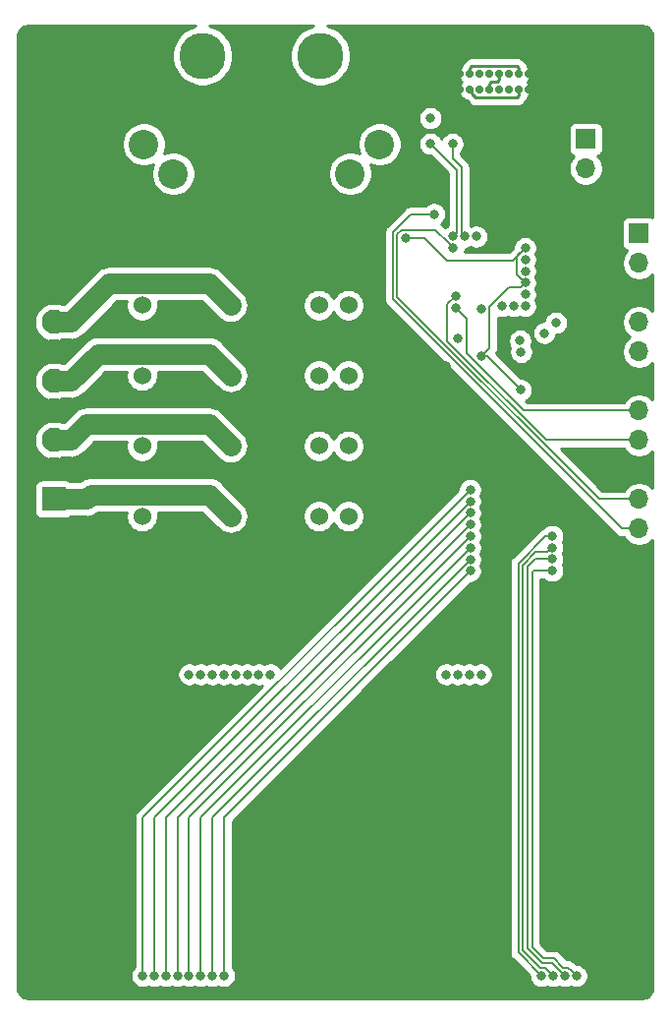
<source format=gbr>
G04 #@! TF.GenerationSoftware,KiCad,Pcbnew,5.1.5*
G04 #@! TF.CreationDate,2020-01-03T23:49:01-05:00*
G04 #@! TF.ProjectId,cluster-controller-module,636c7573-7465-4722-9d63-6f6e74726f6c,v02*
G04 #@! TF.SameCoordinates,Original*
G04 #@! TF.FileFunction,Copper,L4,Bot*
G04 #@! TF.FilePolarity,Positive*
%FSLAX46Y46*%
G04 Gerber Fmt 4.6, Leading zero omitted, Abs format (unit mm)*
G04 Created by KiCad (PCBNEW 5.1.5) date 2020-01-03 23:49:01*
%MOMM*%
%LPD*%
G04 APERTURE LIST*
%ADD10C,0.700000*%
%ADD11O,0.900000X2.400000*%
%ADD12O,0.900000X1.700000*%
%ADD13R,2.100000X2.100000*%
%ADD14C,2.100000*%
%ADD15C,6.000000*%
%ADD16C,0.800000*%
%ADD17C,2.540000*%
%ADD18C,3.987800*%
%ADD19R,1.700000X1.700000*%
%ADD20O,1.700000X1.700000*%
%ADD21C,1.524000*%
%ADD22C,0.200000*%
%ADD23C,0.250000*%
%ADD24C,1.780000*%
%ADD25C,0.254000*%
G04 APERTURE END LIST*
D10*
X154700000Y-66150000D03*
X153850000Y-66150000D03*
X153000000Y-66150000D03*
X152150000Y-66150000D03*
X151300000Y-66150000D03*
X150450000Y-66150000D03*
X149600000Y-66150000D03*
X148750000Y-66150000D03*
X153850000Y-64800000D03*
X152150000Y-64800000D03*
X153000000Y-64800000D03*
X154700000Y-64800000D03*
X150450000Y-64800000D03*
X149600000Y-64800000D03*
X148750000Y-64800000D03*
X151300000Y-64800000D03*
D11*
X156050000Y-65170000D03*
X147400000Y-65170000D03*
D12*
X156050000Y-61790000D03*
X147400000Y-61790000D03*
D13*
X113750000Y-101390000D03*
D14*
X113750000Y-98850000D03*
X113750000Y-96310000D03*
X113750000Y-93770000D03*
X113750000Y-91230000D03*
X113750000Y-88690000D03*
X113750000Y-86150000D03*
X113750000Y-83610000D03*
D15*
X113500000Y-63500000D03*
D16*
X115750000Y-63500000D03*
X115090990Y-65090990D03*
X113500000Y-65750000D03*
X111909010Y-65090990D03*
X111250000Y-63500000D03*
X111909010Y-61909010D03*
X113500000Y-61250000D03*
X115090990Y-61909010D03*
X164090990Y-119909010D03*
X162500000Y-119250000D03*
X160909010Y-119909010D03*
X160250000Y-121500000D03*
X160909010Y-123090990D03*
X162500000Y-123750000D03*
X164090990Y-123090990D03*
X164750000Y-121500000D03*
D15*
X162500000Y-121500000D03*
X162500000Y-63500000D03*
D16*
X164750000Y-63500000D03*
X164090990Y-65090990D03*
X162500000Y-65750000D03*
X160909010Y-65090990D03*
X160250000Y-63500000D03*
X160909010Y-61909010D03*
X162500000Y-61250000D03*
X164090990Y-61909010D03*
X115090990Y-119909010D03*
X113500000Y-119250000D03*
X111909010Y-119909010D03*
X111250000Y-121500000D03*
X111909010Y-123090990D03*
X113500000Y-123750000D03*
X115090990Y-123090990D03*
X115750000Y-121500000D03*
D15*
X113500000Y-121500000D03*
D17*
X124050000Y-73380000D03*
X134210000Y-73380000D03*
X129130000Y-73380000D03*
X139290000Y-73380000D03*
X121510000Y-70840000D03*
X141830000Y-70840000D03*
D18*
X126590000Y-63220000D03*
X136750000Y-63220000D03*
D19*
X164200000Y-78535000D03*
D20*
X164200000Y-81075000D03*
X164200000Y-83615000D03*
X164200000Y-86155000D03*
X164200000Y-88695000D03*
X164200000Y-91235000D03*
X164200000Y-93775000D03*
X164200000Y-96315000D03*
X164200000Y-98855000D03*
X164200000Y-101395000D03*
X164200000Y-103935000D03*
X164200000Y-106475000D03*
D21*
X121370000Y-102855000D03*
X128990000Y-102855000D03*
X136610000Y-102855000D03*
X139150000Y-102855000D03*
X139150000Y-96800000D03*
X136610000Y-96800000D03*
X128990000Y-96800000D03*
X121370000Y-96800000D03*
X121370000Y-90750000D03*
X128990000Y-90750000D03*
X136610000Y-90750000D03*
X139150000Y-90750000D03*
X139150000Y-84700000D03*
X136610000Y-84700000D03*
X128990000Y-84700000D03*
X121370000Y-84700000D03*
D19*
X159600000Y-70390000D03*
D20*
X159600000Y-72930000D03*
D16*
X154830000Y-69660000D03*
X150360000Y-71710000D03*
X149610000Y-67750000D03*
X154010000Y-91990000D03*
X154390000Y-82770000D03*
X150600000Y-89090000D03*
X154390000Y-79770000D03*
X144062500Y-78937500D03*
X143630000Y-76190000D03*
X140790000Y-77670000D03*
X144550000Y-73510000D03*
X138600000Y-88170000D03*
X138780000Y-94140000D03*
X145010000Y-97470000D03*
X147590000Y-89940000D03*
X121420000Y-142410000D03*
X149650000Y-100570000D03*
X154390000Y-80770000D03*
X125420000Y-116470000D03*
X154390000Y-81770000D03*
X126420000Y-116470000D03*
X122420000Y-142410000D03*
X149650000Y-101570000D03*
X157030000Y-86210000D03*
X127420000Y-116470000D03*
X123420000Y-142410000D03*
X149650000Y-102570000D03*
X148180000Y-78780000D03*
X149180000Y-78780000D03*
X146220000Y-70800000D03*
X148120000Y-70800000D03*
X150180000Y-78780000D03*
X146220000Y-68600000D03*
X124420000Y-142410000D03*
X149650000Y-103570000D03*
X156040000Y-87090000D03*
X128420000Y-116470000D03*
X154040000Y-88730000D03*
X129420000Y-116470000D03*
X125420000Y-142410000D03*
X149650000Y-104570000D03*
X126420000Y-142410000D03*
X149650000Y-105570000D03*
X153940000Y-87730000D03*
X130420000Y-116470000D03*
X131420000Y-116470000D03*
X152390000Y-84770000D03*
X127420000Y-142410000D03*
X149650000Y-106570000D03*
X128420000Y-142410000D03*
X149650000Y-107570000D03*
X150600000Y-85000000D03*
X132420000Y-116470000D03*
X155790000Y-142420000D03*
X156710000Y-104550000D03*
X156790000Y-142420000D03*
X156710000Y-105550000D03*
X157790000Y-142420000D03*
X156710000Y-106550000D03*
X158790000Y-142420000D03*
X156710000Y-107550000D03*
X148390000Y-84910000D03*
X148390000Y-83910000D03*
X148180000Y-79780000D03*
X146540000Y-76850000D03*
X154390000Y-83770000D03*
X147570000Y-116480000D03*
X154390000Y-84770000D03*
X148570000Y-116480000D03*
X153390000Y-84770000D03*
X149570000Y-116480000D03*
X148600000Y-87580000D03*
X150570000Y-116480000D03*
D22*
X153689999Y-82069999D02*
X153990001Y-82370001D01*
X153990001Y-82370001D02*
X154390000Y-82770000D01*
X153689999Y-80470001D02*
X153689999Y-82069999D01*
X154390000Y-79770000D02*
X153689999Y-80470001D01*
X145735799Y-78937500D02*
X144062500Y-78937500D01*
X147678310Y-80880011D02*
X145735799Y-78937500D01*
X154390000Y-79770000D02*
X153279989Y-80880011D01*
X153279989Y-80880011D02*
X147678310Y-80880011D01*
X151300001Y-88389999D02*
X150999999Y-88690001D01*
X150999999Y-88690001D02*
X150600000Y-89090000D01*
X151300001Y-84823997D02*
X151300001Y-88389999D01*
X152953999Y-83169999D02*
X151300001Y-84823997D01*
X153990001Y-83169999D02*
X152953999Y-83169999D01*
X154390000Y-82770000D02*
X153990001Y-83169999D01*
X151110000Y-89090000D02*
X150600000Y-89090000D01*
X154010000Y-91990000D02*
X151110000Y-89090000D01*
D23*
X155680000Y-64800000D02*
X156050000Y-65170000D01*
X154700000Y-64800000D02*
X155680000Y-64800000D01*
X147770000Y-64800000D02*
X147400000Y-65170000D01*
X148750000Y-64800000D02*
X147770000Y-64800000D01*
D22*
X121420000Y-128800000D02*
X121420000Y-142410000D01*
X149650000Y-100570000D02*
X121420000Y-128800000D01*
X122420000Y-128800000D02*
X122420000Y-142410000D01*
X149650000Y-101570000D02*
X122420000Y-128800000D01*
X123420000Y-128800000D02*
X123420000Y-142410000D01*
X149650000Y-102570000D02*
X123420000Y-128800000D01*
D23*
X151969973Y-65475001D02*
X152150000Y-65294974D01*
X152150000Y-65294974D02*
X152150000Y-64800000D01*
X151480025Y-65475001D02*
X151969973Y-65475001D01*
X151300000Y-65655026D02*
X151480025Y-65475001D01*
X151300000Y-66150000D02*
X151300000Y-65655026D01*
D22*
X148455000Y-73035000D02*
X147801802Y-72381802D01*
X147801802Y-72381802D02*
X146220000Y-70800000D01*
X148455000Y-78505000D02*
X148455000Y-73035000D01*
X148180000Y-78780000D02*
X148455000Y-78505000D01*
X148905000Y-78505000D02*
X148905000Y-72848603D01*
X149180000Y-78780000D02*
X148905000Y-78505000D01*
X148905000Y-72848603D02*
X148120000Y-72063603D01*
X148120000Y-72063603D02*
X148120000Y-70800000D01*
D23*
X153850000Y-64305026D02*
X153850000Y-64800000D01*
X149780027Y-64124999D02*
X153669973Y-64124999D01*
X153669973Y-64124999D02*
X153850000Y-64305026D01*
X149600000Y-64305026D02*
X149780027Y-64124999D01*
X149600000Y-64800000D02*
X149600000Y-64305026D01*
X153669973Y-66825001D02*
X153850000Y-66644974D01*
X150125999Y-66825001D02*
X153669973Y-66825001D01*
X153850000Y-66644974D02*
X153850000Y-66150000D01*
X149774999Y-66474001D02*
X150125999Y-66825001D01*
X149774999Y-66184999D02*
X149774999Y-66474001D01*
X149740000Y-66150000D02*
X149774999Y-66184999D01*
X149600000Y-66150000D02*
X149740000Y-66150000D01*
D22*
X124420000Y-128800000D02*
X124420000Y-142410000D01*
X149650000Y-103570000D02*
X124420000Y-128800000D01*
X125420000Y-128800000D02*
X125420000Y-142410000D01*
X149650000Y-104570000D02*
X125420000Y-128800000D01*
X126420000Y-128800000D02*
X126420000Y-142410000D01*
X149650000Y-105570000D02*
X126420000Y-128800000D01*
X127420000Y-128800000D02*
X127420000Y-142410000D01*
X149650000Y-106570000D02*
X127420000Y-128800000D01*
X128420000Y-128800000D02*
X128420000Y-142410000D01*
X149650000Y-107570000D02*
X128420000Y-128800000D01*
X156144315Y-104550000D02*
X153790000Y-106904315D01*
X156710000Y-104550000D02*
X156144315Y-104550000D01*
X153790000Y-140420000D02*
X155790000Y-142420000D01*
X153790000Y-106904315D02*
X153790000Y-140420000D01*
X156089999Y-141719999D02*
X156790000Y-142420000D01*
X155655697Y-141719999D02*
X156089999Y-141719999D01*
X156310001Y-105949999D02*
X155310014Y-105949999D01*
X156710000Y-105550000D02*
X156310001Y-105949999D01*
X155310014Y-105949999D02*
X154190010Y-107070003D01*
X154190010Y-107070003D02*
X154190010Y-140254312D01*
X154190010Y-140254312D02*
X155655697Y-141719999D01*
X156710000Y-106550000D02*
X155275711Y-106550000D01*
X155275711Y-106550000D02*
X154590020Y-107235691D01*
X154590020Y-107235691D02*
X154590020Y-140088624D01*
X154590020Y-140088624D02*
X155821385Y-141319989D01*
X156689989Y-141319989D02*
X157790000Y-142420000D01*
X155821385Y-141319989D02*
X156689989Y-141319989D01*
X158390001Y-142020001D02*
X158790000Y-142420000D01*
X158089999Y-141719999D02*
X158390001Y-142020001D01*
X157655697Y-141719999D02*
X158089999Y-141719999D01*
X156710000Y-107550000D02*
X155120030Y-107550000D01*
X154990030Y-139922936D02*
X155987073Y-140919979D01*
X155120030Y-107550000D02*
X154990030Y-107680000D01*
X156855678Y-140919979D02*
X157655697Y-141719999D01*
X154990030Y-107680000D02*
X154990030Y-139922936D01*
X155987073Y-140919979D02*
X156855678Y-140919979D01*
X148789999Y-85309999D02*
X148390000Y-84910000D01*
X154248998Y-93775000D02*
X149300001Y-88826003D01*
X149300001Y-85820001D02*
X148789999Y-85309999D01*
X149300001Y-88826003D02*
X149300001Y-85820001D01*
X164200000Y-93775000D02*
X154248998Y-93775000D01*
X147689999Y-84610001D02*
X148390000Y-83910000D01*
X147689999Y-87781699D02*
X147689999Y-84610001D01*
X164200000Y-96315000D02*
X156223300Y-96315000D01*
X156223300Y-96315000D02*
X147689999Y-87781699D01*
X147780001Y-79380001D02*
X148180000Y-79780000D01*
X146637499Y-78237499D02*
X147780001Y-79380001D01*
X143362499Y-78601499D02*
X143726499Y-78237499D01*
X143362499Y-84019897D02*
X143362499Y-78601499D01*
X160737602Y-101395000D02*
X143362499Y-84019897D01*
X143726499Y-78237499D02*
X146637499Y-78237499D01*
X164200000Y-101395000D02*
X160737602Y-101395000D01*
X145974315Y-76850000D02*
X146540000Y-76850000D01*
X144548299Y-76850000D02*
X145974315Y-76850000D01*
X142962489Y-84185586D02*
X142962489Y-78435810D01*
X142962489Y-78435810D02*
X144548299Y-76850000D01*
X162711903Y-103935000D02*
X142962489Y-84185586D01*
X164200000Y-103935000D02*
X162711903Y-103935000D01*
D24*
X128990000Y-84700000D02*
X127137999Y-82847999D01*
X115234924Y-86150000D02*
X113750000Y-86150000D01*
X118536925Y-82847999D02*
X115234924Y-86150000D01*
X127137999Y-82847999D02*
X118536925Y-82847999D01*
X128990000Y-90750000D02*
X127137999Y-88897999D01*
X127137999Y-88897999D02*
X117566925Y-88897999D01*
X115234924Y-91230000D02*
X113750000Y-91230000D01*
X117566925Y-88897999D02*
X115234924Y-91230000D01*
X116596925Y-94947999D02*
X115234924Y-96310000D01*
X115234924Y-96310000D02*
X113750000Y-96310000D01*
X128990000Y-96800000D02*
X127137999Y-94947999D01*
X127137999Y-94947999D02*
X116596925Y-94947999D01*
X128990000Y-102855000D02*
X127137999Y-101002999D01*
X127137999Y-101002999D02*
X116967001Y-101002999D01*
X116967001Y-101002999D02*
X116580000Y-101390000D01*
X116580000Y-101390000D02*
X113750000Y-101390000D01*
D25*
G36*
X125823178Y-60692127D02*
G01*
X125344749Y-60890299D01*
X124914174Y-61178000D01*
X124548000Y-61544174D01*
X124260299Y-61974749D01*
X124062127Y-62453178D01*
X123961100Y-62961076D01*
X123961100Y-63478924D01*
X124062127Y-63986822D01*
X124260299Y-64465251D01*
X124548000Y-64895826D01*
X124914174Y-65262000D01*
X125344749Y-65549701D01*
X125823178Y-65747873D01*
X126331076Y-65848900D01*
X126848924Y-65848900D01*
X127356822Y-65747873D01*
X127835251Y-65549701D01*
X128265826Y-65262000D01*
X128632000Y-64895826D01*
X128919701Y-64465251D01*
X129117873Y-63986822D01*
X129218900Y-63478924D01*
X129218900Y-62961076D01*
X129117873Y-62453178D01*
X128919701Y-61974749D01*
X128632000Y-61544174D01*
X128265826Y-61178000D01*
X127835251Y-60890299D01*
X127356822Y-60692127D01*
X127195308Y-60660000D01*
X136144692Y-60660000D01*
X135983178Y-60692127D01*
X135504749Y-60890299D01*
X135074174Y-61178000D01*
X134708000Y-61544174D01*
X134420299Y-61974749D01*
X134222127Y-62453178D01*
X134121100Y-62961076D01*
X134121100Y-63478924D01*
X134222127Y-63986822D01*
X134420299Y-64465251D01*
X134708000Y-64895826D01*
X135074174Y-65262000D01*
X135504749Y-65549701D01*
X135983178Y-65747873D01*
X136491076Y-65848900D01*
X137008924Y-65848900D01*
X137516822Y-65747873D01*
X137995251Y-65549701D01*
X138425826Y-65262000D01*
X138792000Y-64895826D01*
X138920851Y-64702986D01*
X148615000Y-64702986D01*
X148615000Y-64897014D01*
X148652853Y-65087314D01*
X148727104Y-65266572D01*
X148834901Y-65427901D01*
X148882000Y-65475000D01*
X148834901Y-65522099D01*
X148727104Y-65683428D01*
X148652853Y-65862686D01*
X148615000Y-66052986D01*
X148615000Y-66247014D01*
X148652853Y-66437314D01*
X148727104Y-66616572D01*
X148834901Y-66777901D01*
X148972099Y-66915099D01*
X149133428Y-67022896D01*
X149312686Y-67097147D01*
X149325990Y-67099793D01*
X149562195Y-67335998D01*
X149585998Y-67365002D01*
X149701723Y-67459975D01*
X149833752Y-67530547D01*
X149977013Y-67574004D01*
X150088666Y-67585001D01*
X150088676Y-67585001D01*
X150125999Y-67588677D01*
X150163322Y-67585001D01*
X153632651Y-67585001D01*
X153669973Y-67588677D01*
X153707295Y-67585001D01*
X153707306Y-67585001D01*
X153818959Y-67574004D01*
X153962220Y-67530547D01*
X154094249Y-67459975D01*
X154209974Y-67365002D01*
X154233777Y-67335998D01*
X154360998Y-67208777D01*
X154390001Y-67184975D01*
X154484974Y-67069250D01*
X154555546Y-66937221D01*
X154598987Y-66794013D01*
X154615099Y-66777901D01*
X154722896Y-66616572D01*
X154797147Y-66437314D01*
X154835000Y-66247014D01*
X154835000Y-66052986D01*
X154797147Y-65862686D01*
X154722896Y-65683428D01*
X154615099Y-65522099D01*
X154568000Y-65475000D01*
X154615099Y-65427901D01*
X154722896Y-65266572D01*
X154797147Y-65087314D01*
X154835000Y-64897014D01*
X154835000Y-64702986D01*
X154797147Y-64512686D01*
X154722896Y-64333428D01*
X154615099Y-64172099D01*
X154598987Y-64155987D01*
X154562688Y-64036323D01*
X154555546Y-64012779D01*
X154484974Y-63880750D01*
X154390001Y-63765025D01*
X154360998Y-63741223D01*
X154233777Y-63614002D01*
X154209974Y-63584998D01*
X154094249Y-63490025D01*
X153962220Y-63419453D01*
X153818959Y-63375996D01*
X153707306Y-63364999D01*
X153707295Y-63364999D01*
X153669973Y-63361323D01*
X153632651Y-63364999D01*
X149817360Y-63364999D01*
X149780027Y-63361322D01*
X149742694Y-63364999D01*
X149631041Y-63375996D01*
X149487780Y-63419453D01*
X149355751Y-63490025D01*
X149240026Y-63584998D01*
X149216223Y-63614002D01*
X149088998Y-63741227D01*
X149060000Y-63765025D01*
X148965026Y-63880750D01*
X148894454Y-64012779D01*
X148851013Y-64155987D01*
X148834901Y-64172099D01*
X148727104Y-64333428D01*
X148652853Y-64512686D01*
X148615000Y-64702986D01*
X138920851Y-64702986D01*
X139079701Y-64465251D01*
X139277873Y-63986822D01*
X139378900Y-63478924D01*
X139378900Y-62961076D01*
X139277873Y-62453178D01*
X139079701Y-61974749D01*
X138792000Y-61544174D01*
X138425826Y-61178000D01*
X137995251Y-60890299D01*
X137516822Y-60692127D01*
X137355308Y-60660000D01*
X164467723Y-60660000D01*
X164662540Y-60679102D01*
X164818894Y-60726308D01*
X164963096Y-60802982D01*
X165089663Y-60906207D01*
X165193769Y-61032051D01*
X165271447Y-61175711D01*
X165319742Y-61331729D01*
X165340000Y-61524473D01*
X165340000Y-77119990D01*
X165294180Y-77095498D01*
X165174482Y-77059188D01*
X165050000Y-77046928D01*
X163350000Y-77046928D01*
X163225518Y-77059188D01*
X163105820Y-77095498D01*
X162995506Y-77154463D01*
X162898815Y-77233815D01*
X162819463Y-77330506D01*
X162760498Y-77440820D01*
X162724188Y-77560518D01*
X162711928Y-77685000D01*
X162711928Y-79385000D01*
X162724188Y-79509482D01*
X162760498Y-79629180D01*
X162819463Y-79739494D01*
X162898815Y-79836185D01*
X162995506Y-79915537D01*
X163105820Y-79974502D01*
X163178380Y-79996513D01*
X163046525Y-80128368D01*
X162884010Y-80371589D01*
X162772068Y-80641842D01*
X162715000Y-80928740D01*
X162715000Y-81221260D01*
X162772068Y-81508158D01*
X162884010Y-81778411D01*
X163046525Y-82021632D01*
X163253368Y-82228475D01*
X163496589Y-82390990D01*
X163766842Y-82502932D01*
X164053740Y-82560000D01*
X164346260Y-82560000D01*
X164633158Y-82502932D01*
X164903411Y-82390990D01*
X165146632Y-82228475D01*
X165340000Y-82035107D01*
X165340000Y-85194893D01*
X165146632Y-85001525D01*
X164903411Y-84839010D01*
X164633158Y-84727068D01*
X164346260Y-84670000D01*
X164053740Y-84670000D01*
X163766842Y-84727068D01*
X163496589Y-84839010D01*
X163253368Y-85001525D01*
X163046525Y-85208368D01*
X162884010Y-85451589D01*
X162772068Y-85721842D01*
X162715000Y-86008740D01*
X162715000Y-86301260D01*
X162772068Y-86588158D01*
X162884010Y-86858411D01*
X163046525Y-87101632D01*
X163253368Y-87308475D01*
X163427760Y-87425000D01*
X163253368Y-87541525D01*
X163046525Y-87748368D01*
X162884010Y-87991589D01*
X162772068Y-88261842D01*
X162715000Y-88548740D01*
X162715000Y-88841260D01*
X162772068Y-89128158D01*
X162884010Y-89398411D01*
X163046525Y-89641632D01*
X163253368Y-89848475D01*
X163496589Y-90010990D01*
X163766842Y-90122932D01*
X164053740Y-90180000D01*
X164346260Y-90180000D01*
X164633158Y-90122932D01*
X164903411Y-90010990D01*
X165146632Y-89848475D01*
X165340000Y-89655107D01*
X165340000Y-92814893D01*
X165146632Y-92621525D01*
X164903411Y-92459010D01*
X164633158Y-92347068D01*
X164346260Y-92290000D01*
X164053740Y-92290000D01*
X163766842Y-92347068D01*
X163496589Y-92459010D01*
X163253368Y-92621525D01*
X163046525Y-92828368D01*
X162905117Y-93040000D01*
X154553445Y-93040000D01*
X154443966Y-92930521D01*
X154500256Y-92907205D01*
X154669774Y-92793937D01*
X154813937Y-92649774D01*
X154927205Y-92480256D01*
X155005226Y-92291898D01*
X155045000Y-92091939D01*
X155045000Y-91888061D01*
X155005226Y-91688102D01*
X154927205Y-91499744D01*
X154813937Y-91330226D01*
X154669774Y-91186063D01*
X154500256Y-91072795D01*
X154311898Y-90994774D01*
X154111939Y-90955000D01*
X154014447Y-90955000D01*
X151889602Y-88830156D01*
X151914088Y-88800319D01*
X151982338Y-88672632D01*
X152024366Y-88534084D01*
X152035001Y-88426104D01*
X152038557Y-88389999D01*
X152035001Y-88353894D01*
X152035001Y-87628061D01*
X152905000Y-87628061D01*
X152905000Y-87831939D01*
X152944774Y-88031898D01*
X153022795Y-88220256D01*
X153089510Y-88320102D01*
X153044774Y-88428102D01*
X153005000Y-88628061D01*
X153005000Y-88831939D01*
X153044774Y-89031898D01*
X153122795Y-89220256D01*
X153236063Y-89389774D01*
X153380226Y-89533937D01*
X153549744Y-89647205D01*
X153738102Y-89725226D01*
X153938061Y-89765000D01*
X154141939Y-89765000D01*
X154341898Y-89725226D01*
X154530256Y-89647205D01*
X154699774Y-89533937D01*
X154843937Y-89389774D01*
X154957205Y-89220256D01*
X155035226Y-89031898D01*
X155075000Y-88831939D01*
X155075000Y-88628061D01*
X155035226Y-88428102D01*
X154957205Y-88239744D01*
X154890490Y-88139898D01*
X154935226Y-88031898D01*
X154975000Y-87831939D01*
X154975000Y-87628061D01*
X154935226Y-87428102D01*
X154857205Y-87239744D01*
X154743937Y-87070226D01*
X154661772Y-86988061D01*
X155005000Y-86988061D01*
X155005000Y-87191939D01*
X155044774Y-87391898D01*
X155122795Y-87580256D01*
X155236063Y-87749774D01*
X155380226Y-87893937D01*
X155549744Y-88007205D01*
X155738102Y-88085226D01*
X155938061Y-88125000D01*
X156141939Y-88125000D01*
X156341898Y-88085226D01*
X156530256Y-88007205D01*
X156699774Y-87893937D01*
X156843937Y-87749774D01*
X156957205Y-87580256D01*
X157035226Y-87391898D01*
X157064446Y-87245000D01*
X157131939Y-87245000D01*
X157331898Y-87205226D01*
X157520256Y-87127205D01*
X157689774Y-87013937D01*
X157833937Y-86869774D01*
X157947205Y-86700256D01*
X158025226Y-86511898D01*
X158065000Y-86311939D01*
X158065000Y-86108061D01*
X158025226Y-85908102D01*
X157947205Y-85719744D01*
X157833937Y-85550226D01*
X157689774Y-85406063D01*
X157520256Y-85292795D01*
X157331898Y-85214774D01*
X157131939Y-85175000D01*
X156928061Y-85175000D01*
X156728102Y-85214774D01*
X156539744Y-85292795D01*
X156370226Y-85406063D01*
X156226063Y-85550226D01*
X156112795Y-85719744D01*
X156034774Y-85908102D01*
X156005554Y-86055000D01*
X155938061Y-86055000D01*
X155738102Y-86094774D01*
X155549744Y-86172795D01*
X155380226Y-86286063D01*
X155236063Y-86430226D01*
X155122795Y-86599744D01*
X155044774Y-86788102D01*
X155005000Y-86988061D01*
X154661772Y-86988061D01*
X154599774Y-86926063D01*
X154430256Y-86812795D01*
X154241898Y-86734774D01*
X154041939Y-86695000D01*
X153838061Y-86695000D01*
X153638102Y-86734774D01*
X153449744Y-86812795D01*
X153280226Y-86926063D01*
X153136063Y-87070226D01*
X153022795Y-87239744D01*
X152944774Y-87428102D01*
X152905000Y-87628061D01*
X152035001Y-87628061D01*
X152035001Y-85743231D01*
X152088102Y-85765226D01*
X152288061Y-85805000D01*
X152491939Y-85805000D01*
X152691898Y-85765226D01*
X152880256Y-85687205D01*
X152890000Y-85680694D01*
X152899744Y-85687205D01*
X153088102Y-85765226D01*
X153288061Y-85805000D01*
X153491939Y-85805000D01*
X153691898Y-85765226D01*
X153880256Y-85687205D01*
X153890000Y-85680694D01*
X153899744Y-85687205D01*
X154088102Y-85765226D01*
X154288061Y-85805000D01*
X154491939Y-85805000D01*
X154691898Y-85765226D01*
X154880256Y-85687205D01*
X155049774Y-85573937D01*
X155193937Y-85429774D01*
X155307205Y-85260256D01*
X155385226Y-85071898D01*
X155425000Y-84871939D01*
X155425000Y-84668061D01*
X155385226Y-84468102D01*
X155307205Y-84279744D01*
X155300694Y-84270000D01*
X155307205Y-84260256D01*
X155385226Y-84071898D01*
X155425000Y-83871939D01*
X155425000Y-83668061D01*
X155385226Y-83468102D01*
X155307205Y-83279744D01*
X155300694Y-83270000D01*
X155307205Y-83260256D01*
X155385226Y-83071898D01*
X155425000Y-82871939D01*
X155425000Y-82668061D01*
X155385226Y-82468102D01*
X155307205Y-82279744D01*
X155300694Y-82270000D01*
X155307205Y-82260256D01*
X155385226Y-82071898D01*
X155425000Y-81871939D01*
X155425000Y-81668061D01*
X155385226Y-81468102D01*
X155307205Y-81279744D01*
X155300694Y-81270000D01*
X155307205Y-81260256D01*
X155385226Y-81071898D01*
X155425000Y-80871939D01*
X155425000Y-80668061D01*
X155385226Y-80468102D01*
X155307205Y-80279744D01*
X155300694Y-80270000D01*
X155307205Y-80260256D01*
X155385226Y-80071898D01*
X155425000Y-79871939D01*
X155425000Y-79668061D01*
X155385226Y-79468102D01*
X155307205Y-79279744D01*
X155193937Y-79110226D01*
X155049774Y-78966063D01*
X154880256Y-78852795D01*
X154691898Y-78774774D01*
X154491939Y-78735000D01*
X154288061Y-78735000D01*
X154088102Y-78774774D01*
X153899744Y-78852795D01*
X153730226Y-78966063D01*
X153586063Y-79110226D01*
X153472795Y-79279744D01*
X153394774Y-79468102D01*
X153355000Y-79668061D01*
X153355000Y-79765553D01*
X153195805Y-79924748D01*
X153167761Y-79947764D01*
X153144747Y-79975807D01*
X152975543Y-80145011D01*
X149149084Y-80145011D01*
X149175226Y-80081898D01*
X149215000Y-79881939D01*
X149215000Y-79815000D01*
X149281939Y-79815000D01*
X149481898Y-79775226D01*
X149670256Y-79697205D01*
X149680000Y-79690694D01*
X149689744Y-79697205D01*
X149878102Y-79775226D01*
X150078061Y-79815000D01*
X150281939Y-79815000D01*
X150481898Y-79775226D01*
X150670256Y-79697205D01*
X150839774Y-79583937D01*
X150983937Y-79439774D01*
X151097205Y-79270256D01*
X151175226Y-79081898D01*
X151215000Y-78881939D01*
X151215000Y-78678061D01*
X151175226Y-78478102D01*
X151097205Y-78289744D01*
X150983937Y-78120226D01*
X150839774Y-77976063D01*
X150670256Y-77862795D01*
X150481898Y-77784774D01*
X150281939Y-77745000D01*
X150078061Y-77745000D01*
X149878102Y-77784774D01*
X149689744Y-77862795D01*
X149680000Y-77869306D01*
X149670256Y-77862795D01*
X149640000Y-77850262D01*
X149640000Y-72884708D01*
X149643556Y-72848603D01*
X149629365Y-72704518D01*
X149587337Y-72565969D01*
X149519087Y-72438283D01*
X149450253Y-72354409D01*
X149427238Y-72326365D01*
X149399193Y-72303349D01*
X148855000Y-71759157D01*
X148855000Y-71528711D01*
X148923937Y-71459774D01*
X149037205Y-71290256D01*
X149115226Y-71101898D01*
X149155000Y-70901939D01*
X149155000Y-70698061D01*
X149115226Y-70498102D01*
X149037205Y-70309744D01*
X148923937Y-70140226D01*
X148779774Y-69996063D01*
X148610256Y-69882795D01*
X148421898Y-69804774D01*
X148221939Y-69765000D01*
X148018061Y-69765000D01*
X147818102Y-69804774D01*
X147629744Y-69882795D01*
X147460226Y-69996063D01*
X147316063Y-70140226D01*
X147202795Y-70309744D01*
X147170000Y-70388918D01*
X147137205Y-70309744D01*
X147023937Y-70140226D01*
X146879774Y-69996063D01*
X146710256Y-69882795D01*
X146521898Y-69804774D01*
X146321939Y-69765000D01*
X146118061Y-69765000D01*
X145918102Y-69804774D01*
X145729744Y-69882795D01*
X145560226Y-69996063D01*
X145416063Y-70140226D01*
X145302795Y-70309744D01*
X145224774Y-70498102D01*
X145185000Y-70698061D01*
X145185000Y-70901939D01*
X145224774Y-71101898D01*
X145302795Y-71290256D01*
X145416063Y-71459774D01*
X145560226Y-71603937D01*
X145729744Y-71717205D01*
X145918102Y-71795226D01*
X146118061Y-71835000D01*
X146215554Y-71835000D01*
X147307608Y-72927055D01*
X147307613Y-72927059D01*
X147720001Y-73339448D01*
X147720000Y-77850262D01*
X147689744Y-77862795D01*
X147520226Y-77976063D01*
X147467868Y-78028421D01*
X147182757Y-77743311D01*
X147159737Y-77715261D01*
X147136516Y-77696204D01*
X147199774Y-77653937D01*
X147343937Y-77509774D01*
X147457205Y-77340256D01*
X147535226Y-77151898D01*
X147575000Y-76951939D01*
X147575000Y-76748061D01*
X147535226Y-76548102D01*
X147457205Y-76359744D01*
X147343937Y-76190226D01*
X147199774Y-76046063D01*
X147030256Y-75932795D01*
X146841898Y-75854774D01*
X146641939Y-75815000D01*
X146438061Y-75815000D01*
X146238102Y-75854774D01*
X146049744Y-75932795D01*
X145880226Y-76046063D01*
X145811289Y-76115000D01*
X144584403Y-76115000D01*
X144548298Y-76111444D01*
X144404213Y-76125635D01*
X144362185Y-76138384D01*
X144265666Y-76167663D01*
X144137979Y-76235913D01*
X144026061Y-76327762D01*
X144003045Y-76355807D01*
X142468297Y-77890556D01*
X142440252Y-77913572D01*
X142348403Y-78025490D01*
X142319662Y-78079261D01*
X142280153Y-78153177D01*
X142238124Y-78291725D01*
X142223933Y-78435810D01*
X142227490Y-78471925D01*
X142227489Y-84149481D01*
X142223933Y-84185586D01*
X142238124Y-84329671D01*
X142241326Y-84340226D01*
X142280152Y-84468218D01*
X142348402Y-84595905D01*
X142440251Y-84707823D01*
X142468297Y-84730840D01*
X162166649Y-104429193D01*
X162189665Y-104457238D01*
X162301583Y-104549087D01*
X162429270Y-104617337D01*
X162498742Y-104638411D01*
X162567817Y-104659365D01*
X162582035Y-104660765D01*
X162675798Y-104670000D01*
X162675805Y-104670000D01*
X162711902Y-104673555D01*
X162747999Y-104670000D01*
X162905117Y-104670000D01*
X163046525Y-104881632D01*
X163253368Y-105088475D01*
X163496589Y-105250990D01*
X163766842Y-105362932D01*
X164053740Y-105420000D01*
X164346260Y-105420000D01*
X164633158Y-105362932D01*
X164903411Y-105250990D01*
X165146632Y-105088475D01*
X165340001Y-104895106D01*
X165340001Y-143467712D01*
X165320898Y-143662540D01*
X165273692Y-143818895D01*
X165197018Y-143963096D01*
X165093792Y-144089664D01*
X164967951Y-144193768D01*
X164824289Y-144271447D01*
X164668271Y-144319742D01*
X164475527Y-144340000D01*
X111532277Y-144340000D01*
X111337460Y-144320898D01*
X111181105Y-144273692D01*
X111036904Y-144197018D01*
X110910336Y-144093792D01*
X110806232Y-143967951D01*
X110728553Y-143824289D01*
X110680258Y-143668271D01*
X110660000Y-143475527D01*
X110660000Y-142308061D01*
X120385000Y-142308061D01*
X120385000Y-142511939D01*
X120424774Y-142711898D01*
X120502795Y-142900256D01*
X120616063Y-143069774D01*
X120760226Y-143213937D01*
X120929744Y-143327205D01*
X121118102Y-143405226D01*
X121318061Y-143445000D01*
X121521939Y-143445000D01*
X121721898Y-143405226D01*
X121910256Y-143327205D01*
X121920000Y-143320694D01*
X121929744Y-143327205D01*
X122118102Y-143405226D01*
X122318061Y-143445000D01*
X122521939Y-143445000D01*
X122721898Y-143405226D01*
X122910256Y-143327205D01*
X122920000Y-143320694D01*
X122929744Y-143327205D01*
X123118102Y-143405226D01*
X123318061Y-143445000D01*
X123521939Y-143445000D01*
X123721898Y-143405226D01*
X123910256Y-143327205D01*
X123920000Y-143320694D01*
X123929744Y-143327205D01*
X124118102Y-143405226D01*
X124318061Y-143445000D01*
X124521939Y-143445000D01*
X124721898Y-143405226D01*
X124910256Y-143327205D01*
X124920000Y-143320694D01*
X124929744Y-143327205D01*
X125118102Y-143405226D01*
X125318061Y-143445000D01*
X125521939Y-143445000D01*
X125721898Y-143405226D01*
X125910256Y-143327205D01*
X125920000Y-143320694D01*
X125929744Y-143327205D01*
X126118102Y-143405226D01*
X126318061Y-143445000D01*
X126521939Y-143445000D01*
X126721898Y-143405226D01*
X126910256Y-143327205D01*
X126920000Y-143320694D01*
X126929744Y-143327205D01*
X127118102Y-143405226D01*
X127318061Y-143445000D01*
X127521939Y-143445000D01*
X127721898Y-143405226D01*
X127910256Y-143327205D01*
X127920000Y-143320694D01*
X127929744Y-143327205D01*
X128118102Y-143405226D01*
X128318061Y-143445000D01*
X128521939Y-143445000D01*
X128721898Y-143405226D01*
X128910256Y-143327205D01*
X129079774Y-143213937D01*
X129223937Y-143069774D01*
X129337205Y-142900256D01*
X129415226Y-142711898D01*
X129455000Y-142511939D01*
X129455000Y-142308061D01*
X129415226Y-142108102D01*
X129337205Y-141919744D01*
X129223937Y-141750226D01*
X129155000Y-141681289D01*
X129155000Y-129104446D01*
X141881385Y-116378061D01*
X146535000Y-116378061D01*
X146535000Y-116581939D01*
X146574774Y-116781898D01*
X146652795Y-116970256D01*
X146766063Y-117139774D01*
X146910226Y-117283937D01*
X147079744Y-117397205D01*
X147268102Y-117475226D01*
X147468061Y-117515000D01*
X147671939Y-117515000D01*
X147871898Y-117475226D01*
X148060256Y-117397205D01*
X148070000Y-117390694D01*
X148079744Y-117397205D01*
X148268102Y-117475226D01*
X148468061Y-117515000D01*
X148671939Y-117515000D01*
X148871898Y-117475226D01*
X149060256Y-117397205D01*
X149070000Y-117390694D01*
X149079744Y-117397205D01*
X149268102Y-117475226D01*
X149468061Y-117515000D01*
X149671939Y-117515000D01*
X149871898Y-117475226D01*
X150060256Y-117397205D01*
X150070000Y-117390694D01*
X150079744Y-117397205D01*
X150268102Y-117475226D01*
X150468061Y-117515000D01*
X150671939Y-117515000D01*
X150871898Y-117475226D01*
X151060256Y-117397205D01*
X151229774Y-117283937D01*
X151373937Y-117139774D01*
X151487205Y-116970256D01*
X151565226Y-116781898D01*
X151605000Y-116581939D01*
X151605000Y-116378061D01*
X151565226Y-116178102D01*
X151487205Y-115989744D01*
X151373937Y-115820226D01*
X151229774Y-115676063D01*
X151060256Y-115562795D01*
X150871898Y-115484774D01*
X150671939Y-115445000D01*
X150468061Y-115445000D01*
X150268102Y-115484774D01*
X150079744Y-115562795D01*
X150070000Y-115569306D01*
X150060256Y-115562795D01*
X149871898Y-115484774D01*
X149671939Y-115445000D01*
X149468061Y-115445000D01*
X149268102Y-115484774D01*
X149079744Y-115562795D01*
X149070000Y-115569306D01*
X149060256Y-115562795D01*
X148871898Y-115484774D01*
X148671939Y-115445000D01*
X148468061Y-115445000D01*
X148268102Y-115484774D01*
X148079744Y-115562795D01*
X148070000Y-115569306D01*
X148060256Y-115562795D01*
X147871898Y-115484774D01*
X147671939Y-115445000D01*
X147468061Y-115445000D01*
X147268102Y-115484774D01*
X147079744Y-115562795D01*
X146910226Y-115676063D01*
X146766063Y-115820226D01*
X146652795Y-115989744D01*
X146574774Y-116178102D01*
X146535000Y-116378061D01*
X141881385Y-116378061D01*
X149654447Y-108605000D01*
X149751939Y-108605000D01*
X149951898Y-108565226D01*
X150140256Y-108487205D01*
X150309774Y-108373937D01*
X150453937Y-108229774D01*
X150567205Y-108060256D01*
X150645226Y-107871898D01*
X150685000Y-107671939D01*
X150685000Y-107468061D01*
X150645226Y-107268102D01*
X150567205Y-107079744D01*
X150560694Y-107070000D01*
X150567205Y-107060256D01*
X150631798Y-106904315D01*
X153051444Y-106904315D01*
X153055000Y-106940420D01*
X153055001Y-140383885D01*
X153051444Y-140420000D01*
X153065635Y-140564085D01*
X153107664Y-140702633D01*
X153175914Y-140830320D01*
X153267763Y-140942238D01*
X153295808Y-140965254D01*
X154755000Y-142424447D01*
X154755000Y-142521939D01*
X154794774Y-142721898D01*
X154872795Y-142910256D01*
X154986063Y-143079774D01*
X155130226Y-143223937D01*
X155299744Y-143337205D01*
X155488102Y-143415226D01*
X155688061Y-143455000D01*
X155891939Y-143455000D01*
X156091898Y-143415226D01*
X156280256Y-143337205D01*
X156290000Y-143330694D01*
X156299744Y-143337205D01*
X156488102Y-143415226D01*
X156688061Y-143455000D01*
X156891939Y-143455000D01*
X157091898Y-143415226D01*
X157280256Y-143337205D01*
X157290000Y-143330694D01*
X157299744Y-143337205D01*
X157488102Y-143415226D01*
X157688061Y-143455000D01*
X157891939Y-143455000D01*
X158091898Y-143415226D01*
X158280256Y-143337205D01*
X158290000Y-143330694D01*
X158299744Y-143337205D01*
X158488102Y-143415226D01*
X158688061Y-143455000D01*
X158891939Y-143455000D01*
X159091898Y-143415226D01*
X159280256Y-143337205D01*
X159449774Y-143223937D01*
X159593937Y-143079774D01*
X159707205Y-142910256D01*
X159785226Y-142721898D01*
X159825000Y-142521939D01*
X159825000Y-142318061D01*
X159785226Y-142118102D01*
X159707205Y-141929744D01*
X159593937Y-141760226D01*
X159449774Y-141616063D01*
X159280256Y-141502795D01*
X159091898Y-141424774D01*
X158891939Y-141385000D01*
X158794446Y-141385000D01*
X158635258Y-141225812D01*
X158612237Y-141197761D01*
X158500319Y-141105912D01*
X158372632Y-141037662D01*
X158234084Y-140995634D01*
X158126104Y-140984999D01*
X158089999Y-140981443D01*
X158053894Y-140984999D01*
X157960144Y-140984999D01*
X157400937Y-140425792D01*
X157377916Y-140397741D01*
X157265998Y-140305892D01*
X157138311Y-140237642D01*
X156999763Y-140195614D01*
X156891783Y-140184979D01*
X156855678Y-140181423D01*
X156819573Y-140184979D01*
X156291520Y-140184979D01*
X155725030Y-139618490D01*
X155725030Y-108285000D01*
X155981289Y-108285000D01*
X156050226Y-108353937D01*
X156219744Y-108467205D01*
X156408102Y-108545226D01*
X156608061Y-108585000D01*
X156811939Y-108585000D01*
X157011898Y-108545226D01*
X157200256Y-108467205D01*
X157369774Y-108353937D01*
X157513937Y-108209774D01*
X157627205Y-108040256D01*
X157705226Y-107851898D01*
X157745000Y-107651939D01*
X157745000Y-107448061D01*
X157705226Y-107248102D01*
X157627205Y-107059744D01*
X157620694Y-107050000D01*
X157627205Y-107040256D01*
X157705226Y-106851898D01*
X157745000Y-106651939D01*
X157745000Y-106448061D01*
X157705226Y-106248102D01*
X157627205Y-106059744D01*
X157620694Y-106050000D01*
X157627205Y-106040256D01*
X157705226Y-105851898D01*
X157745000Y-105651939D01*
X157745000Y-105448061D01*
X157705226Y-105248102D01*
X157627205Y-105059744D01*
X157620694Y-105050000D01*
X157627205Y-105040256D01*
X157705226Y-104851898D01*
X157745000Y-104651939D01*
X157745000Y-104448061D01*
X157705226Y-104248102D01*
X157627205Y-104059744D01*
X157513937Y-103890226D01*
X157369774Y-103746063D01*
X157200256Y-103632795D01*
X157011898Y-103554774D01*
X156811939Y-103515000D01*
X156608061Y-103515000D01*
X156408102Y-103554774D01*
X156219744Y-103632795D01*
X156050226Y-103746063D01*
X155957776Y-103838513D01*
X155861682Y-103867663D01*
X155733995Y-103935913D01*
X155622077Y-104027762D01*
X155599061Y-104055807D01*
X153295808Y-106359061D01*
X153267762Y-106382078D01*
X153175913Y-106493996D01*
X153107663Y-106621683D01*
X153087378Y-106688555D01*
X153065635Y-106760230D01*
X153051444Y-106904315D01*
X150631798Y-106904315D01*
X150645226Y-106871898D01*
X150685000Y-106671939D01*
X150685000Y-106468061D01*
X150645226Y-106268102D01*
X150567205Y-106079744D01*
X150560694Y-106070000D01*
X150567205Y-106060256D01*
X150645226Y-105871898D01*
X150685000Y-105671939D01*
X150685000Y-105468061D01*
X150645226Y-105268102D01*
X150567205Y-105079744D01*
X150560694Y-105070000D01*
X150567205Y-105060256D01*
X150645226Y-104871898D01*
X150685000Y-104671939D01*
X150685000Y-104468061D01*
X150645226Y-104268102D01*
X150567205Y-104079744D01*
X150560694Y-104070000D01*
X150567205Y-104060256D01*
X150645226Y-103871898D01*
X150685000Y-103671939D01*
X150685000Y-103468061D01*
X150645226Y-103268102D01*
X150567205Y-103079744D01*
X150560694Y-103070000D01*
X150567205Y-103060256D01*
X150645226Y-102871898D01*
X150685000Y-102671939D01*
X150685000Y-102468061D01*
X150645226Y-102268102D01*
X150567205Y-102079744D01*
X150560694Y-102070000D01*
X150567205Y-102060256D01*
X150645226Y-101871898D01*
X150685000Y-101671939D01*
X150685000Y-101468061D01*
X150645226Y-101268102D01*
X150567205Y-101079744D01*
X150560694Y-101070000D01*
X150567205Y-101060256D01*
X150645226Y-100871898D01*
X150685000Y-100671939D01*
X150685000Y-100468061D01*
X150645226Y-100268102D01*
X150567205Y-100079744D01*
X150453937Y-99910226D01*
X150309774Y-99766063D01*
X150140256Y-99652795D01*
X149951898Y-99574774D01*
X149751939Y-99535000D01*
X149548061Y-99535000D01*
X149348102Y-99574774D01*
X149159744Y-99652795D01*
X148990226Y-99766063D01*
X148846063Y-99910226D01*
X148732795Y-100079744D01*
X148654774Y-100268102D01*
X148615000Y-100468061D01*
X148615000Y-100565553D01*
X133282573Y-115897981D01*
X133223937Y-115810226D01*
X133079774Y-115666063D01*
X132910256Y-115552795D01*
X132721898Y-115474774D01*
X132521939Y-115435000D01*
X132318061Y-115435000D01*
X132118102Y-115474774D01*
X131929744Y-115552795D01*
X131920000Y-115559306D01*
X131910256Y-115552795D01*
X131721898Y-115474774D01*
X131521939Y-115435000D01*
X131318061Y-115435000D01*
X131118102Y-115474774D01*
X130929744Y-115552795D01*
X130920000Y-115559306D01*
X130910256Y-115552795D01*
X130721898Y-115474774D01*
X130521939Y-115435000D01*
X130318061Y-115435000D01*
X130118102Y-115474774D01*
X129929744Y-115552795D01*
X129920000Y-115559306D01*
X129910256Y-115552795D01*
X129721898Y-115474774D01*
X129521939Y-115435000D01*
X129318061Y-115435000D01*
X129118102Y-115474774D01*
X128929744Y-115552795D01*
X128920000Y-115559306D01*
X128910256Y-115552795D01*
X128721898Y-115474774D01*
X128521939Y-115435000D01*
X128318061Y-115435000D01*
X128118102Y-115474774D01*
X127929744Y-115552795D01*
X127920000Y-115559306D01*
X127910256Y-115552795D01*
X127721898Y-115474774D01*
X127521939Y-115435000D01*
X127318061Y-115435000D01*
X127118102Y-115474774D01*
X126929744Y-115552795D01*
X126920000Y-115559306D01*
X126910256Y-115552795D01*
X126721898Y-115474774D01*
X126521939Y-115435000D01*
X126318061Y-115435000D01*
X126118102Y-115474774D01*
X125929744Y-115552795D01*
X125920000Y-115559306D01*
X125910256Y-115552795D01*
X125721898Y-115474774D01*
X125521939Y-115435000D01*
X125318061Y-115435000D01*
X125118102Y-115474774D01*
X124929744Y-115552795D01*
X124760226Y-115666063D01*
X124616063Y-115810226D01*
X124502795Y-115979744D01*
X124424774Y-116168102D01*
X124385000Y-116368061D01*
X124385000Y-116571939D01*
X124424774Y-116771898D01*
X124502795Y-116960256D01*
X124616063Y-117129774D01*
X124760226Y-117273937D01*
X124929744Y-117387205D01*
X125118102Y-117465226D01*
X125318061Y-117505000D01*
X125521939Y-117505000D01*
X125721898Y-117465226D01*
X125910256Y-117387205D01*
X125920000Y-117380694D01*
X125929744Y-117387205D01*
X126118102Y-117465226D01*
X126318061Y-117505000D01*
X126521939Y-117505000D01*
X126721898Y-117465226D01*
X126910256Y-117387205D01*
X126920000Y-117380694D01*
X126929744Y-117387205D01*
X127118102Y-117465226D01*
X127318061Y-117505000D01*
X127521939Y-117505000D01*
X127721898Y-117465226D01*
X127910256Y-117387205D01*
X127920000Y-117380694D01*
X127929744Y-117387205D01*
X128118102Y-117465226D01*
X128318061Y-117505000D01*
X128521939Y-117505000D01*
X128721898Y-117465226D01*
X128910256Y-117387205D01*
X128920000Y-117380694D01*
X128929744Y-117387205D01*
X129118102Y-117465226D01*
X129318061Y-117505000D01*
X129521939Y-117505000D01*
X129721898Y-117465226D01*
X129910256Y-117387205D01*
X129920000Y-117380694D01*
X129929744Y-117387205D01*
X130118102Y-117465226D01*
X130318061Y-117505000D01*
X130521939Y-117505000D01*
X130721898Y-117465226D01*
X130910256Y-117387205D01*
X130920000Y-117380694D01*
X130929744Y-117387205D01*
X131118102Y-117465226D01*
X131318061Y-117505000D01*
X131521939Y-117505000D01*
X131713696Y-117466857D01*
X120925808Y-128254746D01*
X120897762Y-128277763D01*
X120805913Y-128389681D01*
X120737663Y-128517368D01*
X120708384Y-128613887D01*
X120695635Y-128655915D01*
X120681444Y-128800000D01*
X120685000Y-128836105D01*
X120685001Y-141681288D01*
X120616063Y-141750226D01*
X120502795Y-141919744D01*
X120424774Y-142108102D01*
X120385000Y-142308061D01*
X110660000Y-142308061D01*
X110660000Y-100340000D01*
X112061928Y-100340000D01*
X112061928Y-102440000D01*
X112074188Y-102564482D01*
X112110498Y-102684180D01*
X112169463Y-102794494D01*
X112248815Y-102891185D01*
X112345506Y-102970537D01*
X112455820Y-103029502D01*
X112575518Y-103065812D01*
X112700000Y-103078072D01*
X114800000Y-103078072D01*
X114924482Y-103065812D01*
X115044180Y-103029502D01*
X115154494Y-102970537D01*
X115222166Y-102915000D01*
X116505089Y-102915000D01*
X116580000Y-102922378D01*
X116878952Y-102892934D01*
X116921590Y-102880000D01*
X117166416Y-102805733D01*
X117431344Y-102664126D01*
X117597215Y-102527999D01*
X120010676Y-102527999D01*
X119973000Y-102717408D01*
X119973000Y-102992592D01*
X120026686Y-103262490D01*
X120131995Y-103516727D01*
X120284880Y-103745535D01*
X120479465Y-103940120D01*
X120708273Y-104093005D01*
X120962510Y-104198314D01*
X121232408Y-104252000D01*
X121507592Y-104252000D01*
X121777490Y-104198314D01*
X122031727Y-104093005D01*
X122260535Y-103940120D01*
X122455120Y-103745535D01*
X122608005Y-103516727D01*
X122713314Y-103262490D01*
X122767000Y-102992592D01*
X122767000Y-102717408D01*
X122729324Y-102527999D01*
X126506325Y-102527999D01*
X127964632Y-103986307D01*
X128138656Y-104129125D01*
X128403584Y-104270733D01*
X128691048Y-104357934D01*
X128990000Y-104387378D01*
X129288952Y-104357934D01*
X129576415Y-104270733D01*
X129841343Y-104129125D01*
X130073554Y-103938554D01*
X130264125Y-103706343D01*
X130405733Y-103441415D01*
X130492934Y-103153952D01*
X130522378Y-102855000D01*
X130508827Y-102717408D01*
X135213000Y-102717408D01*
X135213000Y-102992592D01*
X135266686Y-103262490D01*
X135371995Y-103516727D01*
X135524880Y-103745535D01*
X135719465Y-103940120D01*
X135948273Y-104093005D01*
X136202510Y-104198314D01*
X136472408Y-104252000D01*
X136747592Y-104252000D01*
X137017490Y-104198314D01*
X137271727Y-104093005D01*
X137500535Y-103940120D01*
X137695120Y-103745535D01*
X137848005Y-103516727D01*
X137880000Y-103439485D01*
X137911995Y-103516727D01*
X138064880Y-103745535D01*
X138259465Y-103940120D01*
X138488273Y-104093005D01*
X138742510Y-104198314D01*
X139012408Y-104252000D01*
X139287592Y-104252000D01*
X139557490Y-104198314D01*
X139811727Y-104093005D01*
X140040535Y-103940120D01*
X140235120Y-103745535D01*
X140388005Y-103516727D01*
X140493314Y-103262490D01*
X140547000Y-102992592D01*
X140547000Y-102717408D01*
X140493314Y-102447510D01*
X140388005Y-102193273D01*
X140235120Y-101964465D01*
X140040535Y-101769880D01*
X139811727Y-101616995D01*
X139557490Y-101511686D01*
X139287592Y-101458000D01*
X139012408Y-101458000D01*
X138742510Y-101511686D01*
X138488273Y-101616995D01*
X138259465Y-101769880D01*
X138064880Y-101964465D01*
X137911995Y-102193273D01*
X137880000Y-102270515D01*
X137848005Y-102193273D01*
X137695120Y-101964465D01*
X137500535Y-101769880D01*
X137271727Y-101616995D01*
X137017490Y-101511686D01*
X136747592Y-101458000D01*
X136472408Y-101458000D01*
X136202510Y-101511686D01*
X135948273Y-101616995D01*
X135719465Y-101769880D01*
X135524880Y-101964465D01*
X135371995Y-102193273D01*
X135266686Y-102447510D01*
X135213000Y-102717408D01*
X130508827Y-102717408D01*
X130492934Y-102556048D01*
X130405733Y-102268584D01*
X130264125Y-102003656D01*
X130121307Y-101829632D01*
X128269315Y-99977641D01*
X128221554Y-99919444D01*
X127989343Y-99728873D01*
X127724415Y-99587266D01*
X127436951Y-99500065D01*
X127212910Y-99477999D01*
X127137999Y-99470621D01*
X127063088Y-99477999D01*
X117041911Y-99477999D01*
X116967000Y-99470621D01*
X116668048Y-99500065D01*
X116552883Y-99535000D01*
X116380585Y-99587266D01*
X116115657Y-99728873D01*
X115949786Y-99865000D01*
X115222166Y-99865000D01*
X115154494Y-99809463D01*
X115044180Y-99750498D01*
X114924482Y-99714188D01*
X114800000Y-99701928D01*
X112700000Y-99701928D01*
X112575518Y-99714188D01*
X112455820Y-99750498D01*
X112345506Y-99809463D01*
X112248815Y-99888815D01*
X112169463Y-99985506D01*
X112110498Y-100095820D01*
X112074188Y-100215518D01*
X112061928Y-100340000D01*
X110660000Y-100340000D01*
X110660000Y-96144042D01*
X112065000Y-96144042D01*
X112065000Y-96475958D01*
X112129754Y-96801496D01*
X112256772Y-97108147D01*
X112441175Y-97384125D01*
X112675875Y-97618825D01*
X112951853Y-97803228D01*
X113258504Y-97930246D01*
X113584042Y-97995000D01*
X113915958Y-97995000D01*
X114241496Y-97930246D01*
X114471442Y-97835000D01*
X115160013Y-97835000D01*
X115234924Y-97842378D01*
X115533876Y-97812934D01*
X115764642Y-97742932D01*
X115821340Y-97725733D01*
X116086268Y-97584126D01*
X116318479Y-97393555D01*
X116366240Y-97335358D01*
X117228600Y-96472999D01*
X120010676Y-96472999D01*
X119973000Y-96662408D01*
X119973000Y-96937592D01*
X120026686Y-97207490D01*
X120131995Y-97461727D01*
X120284880Y-97690535D01*
X120479465Y-97885120D01*
X120708273Y-98038005D01*
X120962510Y-98143314D01*
X121232408Y-98197000D01*
X121507592Y-98197000D01*
X121777490Y-98143314D01*
X122031727Y-98038005D01*
X122260535Y-97885120D01*
X122455120Y-97690535D01*
X122608005Y-97461727D01*
X122713314Y-97207490D01*
X122767000Y-96937592D01*
X122767000Y-96662408D01*
X122729324Y-96472999D01*
X126506325Y-96472999D01*
X127964632Y-97931307D01*
X128138656Y-98074125D01*
X128403584Y-98215733D01*
X128691048Y-98302934D01*
X128990000Y-98332378D01*
X129288952Y-98302934D01*
X129576415Y-98215733D01*
X129841343Y-98074125D01*
X130073554Y-97883554D01*
X130264125Y-97651343D01*
X130405733Y-97386415D01*
X130492934Y-97098952D01*
X130522378Y-96800000D01*
X130508827Y-96662408D01*
X135213000Y-96662408D01*
X135213000Y-96937592D01*
X135266686Y-97207490D01*
X135371995Y-97461727D01*
X135524880Y-97690535D01*
X135719465Y-97885120D01*
X135948273Y-98038005D01*
X136202510Y-98143314D01*
X136472408Y-98197000D01*
X136747592Y-98197000D01*
X137017490Y-98143314D01*
X137271727Y-98038005D01*
X137500535Y-97885120D01*
X137695120Y-97690535D01*
X137848005Y-97461727D01*
X137880000Y-97384485D01*
X137911995Y-97461727D01*
X138064880Y-97690535D01*
X138259465Y-97885120D01*
X138488273Y-98038005D01*
X138742510Y-98143314D01*
X139012408Y-98197000D01*
X139287592Y-98197000D01*
X139557490Y-98143314D01*
X139811727Y-98038005D01*
X140040535Y-97885120D01*
X140235120Y-97690535D01*
X140388005Y-97461727D01*
X140493314Y-97207490D01*
X140547000Y-96937592D01*
X140547000Y-96662408D01*
X140493314Y-96392510D01*
X140388005Y-96138273D01*
X140235120Y-95909465D01*
X140040535Y-95714880D01*
X139811727Y-95561995D01*
X139557490Y-95456686D01*
X139287592Y-95403000D01*
X139012408Y-95403000D01*
X138742510Y-95456686D01*
X138488273Y-95561995D01*
X138259465Y-95714880D01*
X138064880Y-95909465D01*
X137911995Y-96138273D01*
X137880000Y-96215515D01*
X137848005Y-96138273D01*
X137695120Y-95909465D01*
X137500535Y-95714880D01*
X137271727Y-95561995D01*
X137017490Y-95456686D01*
X136747592Y-95403000D01*
X136472408Y-95403000D01*
X136202510Y-95456686D01*
X135948273Y-95561995D01*
X135719465Y-95714880D01*
X135524880Y-95909465D01*
X135371995Y-96138273D01*
X135266686Y-96392510D01*
X135213000Y-96662408D01*
X130508827Y-96662408D01*
X130492934Y-96501048D01*
X130405733Y-96213584D01*
X130264125Y-95948656D01*
X130121307Y-95774632D01*
X128269315Y-93922641D01*
X128221554Y-93864444D01*
X127989343Y-93673873D01*
X127724415Y-93532266D01*
X127436951Y-93445065D01*
X127212910Y-93422999D01*
X127137999Y-93415621D01*
X127063088Y-93422999D01*
X116671827Y-93422999D01*
X116596924Y-93415622D01*
X116522021Y-93422999D01*
X116522014Y-93422999D01*
X116325963Y-93442308D01*
X116297972Y-93445065D01*
X116231067Y-93465361D01*
X116010509Y-93532266D01*
X115745581Y-93673873D01*
X115513370Y-93864444D01*
X115465613Y-93922637D01*
X114603250Y-94785000D01*
X114471442Y-94785000D01*
X114241496Y-94689754D01*
X113915958Y-94625000D01*
X113584042Y-94625000D01*
X113258504Y-94689754D01*
X112951853Y-94816772D01*
X112675875Y-95001175D01*
X112441175Y-95235875D01*
X112256772Y-95511853D01*
X112129754Y-95818504D01*
X112065000Y-96144042D01*
X110660000Y-96144042D01*
X110660000Y-91064042D01*
X112065000Y-91064042D01*
X112065000Y-91395958D01*
X112129754Y-91721496D01*
X112256772Y-92028147D01*
X112441175Y-92304125D01*
X112675875Y-92538825D01*
X112951853Y-92723228D01*
X113258504Y-92850246D01*
X113584042Y-92915000D01*
X113915958Y-92915000D01*
X114241496Y-92850246D01*
X114471442Y-92755000D01*
X115160013Y-92755000D01*
X115234924Y-92762378D01*
X115533876Y-92732934D01*
X115733641Y-92672336D01*
X115821340Y-92645733D01*
X116086268Y-92504126D01*
X116318479Y-92313555D01*
X116366240Y-92255358D01*
X118198601Y-90422999D01*
X120010676Y-90422999D01*
X119973000Y-90612408D01*
X119973000Y-90887592D01*
X120026686Y-91157490D01*
X120131995Y-91411727D01*
X120284880Y-91640535D01*
X120479465Y-91835120D01*
X120708273Y-91988005D01*
X120962510Y-92093314D01*
X121232408Y-92147000D01*
X121507592Y-92147000D01*
X121777490Y-92093314D01*
X122031727Y-91988005D01*
X122260535Y-91835120D01*
X122455120Y-91640535D01*
X122608005Y-91411727D01*
X122713314Y-91157490D01*
X122767000Y-90887592D01*
X122767000Y-90612408D01*
X122729324Y-90422999D01*
X126506325Y-90422999D01*
X127964632Y-91881307D01*
X128138656Y-92024125D01*
X128403584Y-92165733D01*
X128691048Y-92252934D01*
X128990000Y-92282378D01*
X129288952Y-92252934D01*
X129576415Y-92165733D01*
X129841343Y-92024125D01*
X130073554Y-91833554D01*
X130264125Y-91601343D01*
X130405733Y-91336415D01*
X130492934Y-91048952D01*
X130522378Y-90750000D01*
X130508827Y-90612408D01*
X135213000Y-90612408D01*
X135213000Y-90887592D01*
X135266686Y-91157490D01*
X135371995Y-91411727D01*
X135524880Y-91640535D01*
X135719465Y-91835120D01*
X135948273Y-91988005D01*
X136202510Y-92093314D01*
X136472408Y-92147000D01*
X136747592Y-92147000D01*
X137017490Y-92093314D01*
X137271727Y-91988005D01*
X137500535Y-91835120D01*
X137695120Y-91640535D01*
X137848005Y-91411727D01*
X137880000Y-91334485D01*
X137911995Y-91411727D01*
X138064880Y-91640535D01*
X138259465Y-91835120D01*
X138488273Y-91988005D01*
X138742510Y-92093314D01*
X139012408Y-92147000D01*
X139287592Y-92147000D01*
X139557490Y-92093314D01*
X139811727Y-91988005D01*
X140040535Y-91835120D01*
X140235120Y-91640535D01*
X140388005Y-91411727D01*
X140493314Y-91157490D01*
X140547000Y-90887592D01*
X140547000Y-90612408D01*
X140493314Y-90342510D01*
X140388005Y-90088273D01*
X140235120Y-89859465D01*
X140040535Y-89664880D01*
X139811727Y-89511995D01*
X139557490Y-89406686D01*
X139287592Y-89353000D01*
X139012408Y-89353000D01*
X138742510Y-89406686D01*
X138488273Y-89511995D01*
X138259465Y-89664880D01*
X138064880Y-89859465D01*
X137911995Y-90088273D01*
X137880000Y-90165515D01*
X137848005Y-90088273D01*
X137695120Y-89859465D01*
X137500535Y-89664880D01*
X137271727Y-89511995D01*
X137017490Y-89406686D01*
X136747592Y-89353000D01*
X136472408Y-89353000D01*
X136202510Y-89406686D01*
X135948273Y-89511995D01*
X135719465Y-89664880D01*
X135524880Y-89859465D01*
X135371995Y-90088273D01*
X135266686Y-90342510D01*
X135213000Y-90612408D01*
X130508827Y-90612408D01*
X130492934Y-90451048D01*
X130405733Y-90163584D01*
X130264125Y-89898656D01*
X130121307Y-89724632D01*
X128269315Y-87872641D01*
X128221554Y-87814444D01*
X127989343Y-87623873D01*
X127724415Y-87482266D01*
X127436951Y-87395065D01*
X127212910Y-87372999D01*
X127137999Y-87365621D01*
X127063088Y-87372999D01*
X117641824Y-87372999D01*
X117566924Y-87365622D01*
X117492024Y-87372999D01*
X117492014Y-87372999D01*
X117267973Y-87395065D01*
X116980509Y-87482266D01*
X116715581Y-87623873D01*
X116483370Y-87814444D01*
X116435617Y-87872631D01*
X114603250Y-89705000D01*
X114471442Y-89705000D01*
X114241496Y-89609754D01*
X113915958Y-89545000D01*
X113584042Y-89545000D01*
X113258504Y-89609754D01*
X112951853Y-89736772D01*
X112675875Y-89921175D01*
X112441175Y-90155875D01*
X112256772Y-90431853D01*
X112129754Y-90738504D01*
X112065000Y-91064042D01*
X110660000Y-91064042D01*
X110660000Y-85984042D01*
X112065000Y-85984042D01*
X112065000Y-86315958D01*
X112129754Y-86641496D01*
X112256772Y-86948147D01*
X112441175Y-87224125D01*
X112675875Y-87458825D01*
X112951853Y-87643228D01*
X113258504Y-87770246D01*
X113584042Y-87835000D01*
X113915958Y-87835000D01*
X114241496Y-87770246D01*
X114471442Y-87675000D01*
X115160013Y-87675000D01*
X115234924Y-87682378D01*
X115533876Y-87652934D01*
X115584379Y-87637614D01*
X115821340Y-87565733D01*
X116086268Y-87424126D01*
X116318479Y-87233555D01*
X116366240Y-87175358D01*
X119168601Y-84372999D01*
X120010676Y-84372999D01*
X119973000Y-84562408D01*
X119973000Y-84837592D01*
X120026686Y-85107490D01*
X120131995Y-85361727D01*
X120284880Y-85590535D01*
X120479465Y-85785120D01*
X120708273Y-85938005D01*
X120962510Y-86043314D01*
X121232408Y-86097000D01*
X121507592Y-86097000D01*
X121777490Y-86043314D01*
X122031727Y-85938005D01*
X122260535Y-85785120D01*
X122455120Y-85590535D01*
X122608005Y-85361727D01*
X122713314Y-85107490D01*
X122767000Y-84837592D01*
X122767000Y-84562408D01*
X122729324Y-84372999D01*
X126506325Y-84372999D01*
X127964632Y-85831307D01*
X128138656Y-85974125D01*
X128403584Y-86115733D01*
X128691048Y-86202934D01*
X128990000Y-86232378D01*
X129288952Y-86202934D01*
X129576415Y-86115733D01*
X129841343Y-85974125D01*
X130073554Y-85783554D01*
X130264125Y-85551343D01*
X130405733Y-85286415D01*
X130492934Y-84998952D01*
X130522378Y-84700000D01*
X130508827Y-84562408D01*
X135213000Y-84562408D01*
X135213000Y-84837592D01*
X135266686Y-85107490D01*
X135371995Y-85361727D01*
X135524880Y-85590535D01*
X135719465Y-85785120D01*
X135948273Y-85938005D01*
X136202510Y-86043314D01*
X136472408Y-86097000D01*
X136747592Y-86097000D01*
X137017490Y-86043314D01*
X137271727Y-85938005D01*
X137500535Y-85785120D01*
X137695120Y-85590535D01*
X137848005Y-85361727D01*
X137880000Y-85284485D01*
X137911995Y-85361727D01*
X138064880Y-85590535D01*
X138259465Y-85785120D01*
X138488273Y-85938005D01*
X138742510Y-86043314D01*
X139012408Y-86097000D01*
X139287592Y-86097000D01*
X139557490Y-86043314D01*
X139811727Y-85938005D01*
X140040535Y-85785120D01*
X140235120Y-85590535D01*
X140388005Y-85361727D01*
X140493314Y-85107490D01*
X140547000Y-84837592D01*
X140547000Y-84562408D01*
X140493314Y-84292510D01*
X140388005Y-84038273D01*
X140235120Y-83809465D01*
X140040535Y-83614880D01*
X139811727Y-83461995D01*
X139557490Y-83356686D01*
X139287592Y-83303000D01*
X139012408Y-83303000D01*
X138742510Y-83356686D01*
X138488273Y-83461995D01*
X138259465Y-83614880D01*
X138064880Y-83809465D01*
X137911995Y-84038273D01*
X137880000Y-84115515D01*
X137848005Y-84038273D01*
X137695120Y-83809465D01*
X137500535Y-83614880D01*
X137271727Y-83461995D01*
X137017490Y-83356686D01*
X136747592Y-83303000D01*
X136472408Y-83303000D01*
X136202510Y-83356686D01*
X135948273Y-83461995D01*
X135719465Y-83614880D01*
X135524880Y-83809465D01*
X135371995Y-84038273D01*
X135266686Y-84292510D01*
X135213000Y-84562408D01*
X130508827Y-84562408D01*
X130492934Y-84401048D01*
X130405733Y-84113584D01*
X130264125Y-83848656D01*
X130121307Y-83674632D01*
X128269315Y-81822641D01*
X128221554Y-81764444D01*
X127989343Y-81573873D01*
X127724415Y-81432266D01*
X127436951Y-81345065D01*
X127212910Y-81322999D01*
X127137999Y-81315621D01*
X127063088Y-81322999D01*
X118611836Y-81322999D01*
X118536925Y-81315621D01*
X118237973Y-81345065D01*
X117950509Y-81432266D01*
X117685581Y-81573873D01*
X117631123Y-81618566D01*
X117453370Y-81764444D01*
X117405617Y-81822631D01*
X114603250Y-84625000D01*
X114471442Y-84625000D01*
X114241496Y-84529754D01*
X113915958Y-84465000D01*
X113584042Y-84465000D01*
X113258504Y-84529754D01*
X112951853Y-84656772D01*
X112675875Y-84841175D01*
X112441175Y-85075875D01*
X112256772Y-85351853D01*
X112129754Y-85658504D01*
X112065000Y-85984042D01*
X110660000Y-85984042D01*
X110660000Y-70652374D01*
X119605000Y-70652374D01*
X119605000Y-71027626D01*
X119678209Y-71395668D01*
X119821811Y-71742356D01*
X120030290Y-72054366D01*
X120295634Y-72319710D01*
X120607644Y-72528189D01*
X120954332Y-72671791D01*
X121322374Y-72745000D01*
X121697626Y-72745000D01*
X122065668Y-72671791D01*
X122326071Y-72563929D01*
X122218209Y-72824332D01*
X122145000Y-73192374D01*
X122145000Y-73567626D01*
X122218209Y-73935668D01*
X122361811Y-74282356D01*
X122570290Y-74594366D01*
X122835634Y-74859710D01*
X123147644Y-75068189D01*
X123494332Y-75211791D01*
X123862374Y-75285000D01*
X124237626Y-75285000D01*
X124605668Y-75211791D01*
X124952356Y-75068189D01*
X125264366Y-74859710D01*
X125529710Y-74594366D01*
X125738189Y-74282356D01*
X125881791Y-73935668D01*
X125955000Y-73567626D01*
X125955000Y-73192374D01*
X137385000Y-73192374D01*
X137385000Y-73567626D01*
X137458209Y-73935668D01*
X137601811Y-74282356D01*
X137810290Y-74594366D01*
X138075634Y-74859710D01*
X138387644Y-75068189D01*
X138734332Y-75211791D01*
X139102374Y-75285000D01*
X139477626Y-75285000D01*
X139845668Y-75211791D01*
X140192356Y-75068189D01*
X140504366Y-74859710D01*
X140769710Y-74594366D01*
X140978189Y-74282356D01*
X141121791Y-73935668D01*
X141195000Y-73567626D01*
X141195000Y-73192374D01*
X141121791Y-72824332D01*
X141013929Y-72563929D01*
X141274332Y-72671791D01*
X141642374Y-72745000D01*
X142017626Y-72745000D01*
X142385668Y-72671791D01*
X142732356Y-72528189D01*
X143044366Y-72319710D01*
X143309710Y-72054366D01*
X143518189Y-71742356D01*
X143661791Y-71395668D01*
X143735000Y-71027626D01*
X143735000Y-70652374D01*
X143661791Y-70284332D01*
X143518189Y-69937644D01*
X143309710Y-69625634D01*
X143044366Y-69360290D01*
X142732356Y-69151811D01*
X142385668Y-69008209D01*
X142017626Y-68935000D01*
X141642374Y-68935000D01*
X141274332Y-69008209D01*
X140927644Y-69151811D01*
X140615634Y-69360290D01*
X140350290Y-69625634D01*
X140141811Y-69937644D01*
X139998209Y-70284332D01*
X139925000Y-70652374D01*
X139925000Y-71027626D01*
X139998209Y-71395668D01*
X140106071Y-71656071D01*
X139845668Y-71548209D01*
X139477626Y-71475000D01*
X139102374Y-71475000D01*
X138734332Y-71548209D01*
X138387644Y-71691811D01*
X138075634Y-71900290D01*
X137810290Y-72165634D01*
X137601811Y-72477644D01*
X137458209Y-72824332D01*
X137385000Y-73192374D01*
X125955000Y-73192374D01*
X125881791Y-72824332D01*
X125738189Y-72477644D01*
X125529710Y-72165634D01*
X125264366Y-71900290D01*
X124952356Y-71691811D01*
X124605668Y-71548209D01*
X124237626Y-71475000D01*
X123862374Y-71475000D01*
X123494332Y-71548209D01*
X123233929Y-71656071D01*
X123341791Y-71395668D01*
X123415000Y-71027626D01*
X123415000Y-70652374D01*
X123341791Y-70284332D01*
X123198189Y-69937644D01*
X122989710Y-69625634D01*
X122724366Y-69360290D01*
X122412356Y-69151811D01*
X122065668Y-69008209D01*
X121697626Y-68935000D01*
X121322374Y-68935000D01*
X120954332Y-69008209D01*
X120607644Y-69151811D01*
X120295634Y-69360290D01*
X120030290Y-69625634D01*
X119821811Y-69937644D01*
X119678209Y-70284332D01*
X119605000Y-70652374D01*
X110660000Y-70652374D01*
X110660000Y-68498061D01*
X145185000Y-68498061D01*
X145185000Y-68701939D01*
X145224774Y-68901898D01*
X145302795Y-69090256D01*
X145416063Y-69259774D01*
X145560226Y-69403937D01*
X145729744Y-69517205D01*
X145918102Y-69595226D01*
X146118061Y-69635000D01*
X146321939Y-69635000D01*
X146521898Y-69595226D01*
X146655224Y-69540000D01*
X158111928Y-69540000D01*
X158111928Y-71240000D01*
X158124188Y-71364482D01*
X158160498Y-71484180D01*
X158219463Y-71594494D01*
X158298815Y-71691185D01*
X158395506Y-71770537D01*
X158505820Y-71829502D01*
X158578380Y-71851513D01*
X158446525Y-71983368D01*
X158284010Y-72226589D01*
X158172068Y-72496842D01*
X158115000Y-72783740D01*
X158115000Y-73076260D01*
X158172068Y-73363158D01*
X158284010Y-73633411D01*
X158446525Y-73876632D01*
X158653368Y-74083475D01*
X158896589Y-74245990D01*
X159166842Y-74357932D01*
X159453740Y-74415000D01*
X159746260Y-74415000D01*
X160033158Y-74357932D01*
X160303411Y-74245990D01*
X160546632Y-74083475D01*
X160753475Y-73876632D01*
X160915990Y-73633411D01*
X161027932Y-73363158D01*
X161085000Y-73076260D01*
X161085000Y-72783740D01*
X161027932Y-72496842D01*
X160915990Y-72226589D01*
X160753475Y-71983368D01*
X160621620Y-71851513D01*
X160694180Y-71829502D01*
X160804494Y-71770537D01*
X160901185Y-71691185D01*
X160980537Y-71594494D01*
X161039502Y-71484180D01*
X161075812Y-71364482D01*
X161088072Y-71240000D01*
X161088072Y-69540000D01*
X161075812Y-69415518D01*
X161039502Y-69295820D01*
X160980537Y-69185506D01*
X160901185Y-69088815D01*
X160804494Y-69009463D01*
X160694180Y-68950498D01*
X160574482Y-68914188D01*
X160450000Y-68901928D01*
X158750000Y-68901928D01*
X158625518Y-68914188D01*
X158505820Y-68950498D01*
X158395506Y-69009463D01*
X158298815Y-69088815D01*
X158219463Y-69185506D01*
X158160498Y-69295820D01*
X158124188Y-69415518D01*
X158111928Y-69540000D01*
X146655224Y-69540000D01*
X146710256Y-69517205D01*
X146879774Y-69403937D01*
X147023937Y-69259774D01*
X147137205Y-69090256D01*
X147215226Y-68901898D01*
X147255000Y-68701939D01*
X147255000Y-68498061D01*
X147215226Y-68298102D01*
X147137205Y-68109744D01*
X147023937Y-67940226D01*
X146879774Y-67796063D01*
X146710256Y-67682795D01*
X146521898Y-67604774D01*
X146321939Y-67565000D01*
X146118061Y-67565000D01*
X145918102Y-67604774D01*
X145729744Y-67682795D01*
X145560226Y-67796063D01*
X145416063Y-67940226D01*
X145302795Y-68109744D01*
X145224774Y-68298102D01*
X145185000Y-68498061D01*
X110660000Y-68498061D01*
X110660000Y-61532277D01*
X110679102Y-61337460D01*
X110726308Y-61181106D01*
X110802982Y-61036904D01*
X110906207Y-60910337D01*
X111032051Y-60806231D01*
X111175711Y-60728553D01*
X111331729Y-60680258D01*
X111524473Y-60660000D01*
X125984692Y-60660000D01*
X125823178Y-60692127D01*
G37*
X125823178Y-60692127D02*
X125344749Y-60890299D01*
X124914174Y-61178000D01*
X124548000Y-61544174D01*
X124260299Y-61974749D01*
X124062127Y-62453178D01*
X123961100Y-62961076D01*
X123961100Y-63478924D01*
X124062127Y-63986822D01*
X124260299Y-64465251D01*
X124548000Y-64895826D01*
X124914174Y-65262000D01*
X125344749Y-65549701D01*
X125823178Y-65747873D01*
X126331076Y-65848900D01*
X126848924Y-65848900D01*
X127356822Y-65747873D01*
X127835251Y-65549701D01*
X128265826Y-65262000D01*
X128632000Y-64895826D01*
X128919701Y-64465251D01*
X129117873Y-63986822D01*
X129218900Y-63478924D01*
X129218900Y-62961076D01*
X129117873Y-62453178D01*
X128919701Y-61974749D01*
X128632000Y-61544174D01*
X128265826Y-61178000D01*
X127835251Y-60890299D01*
X127356822Y-60692127D01*
X127195308Y-60660000D01*
X136144692Y-60660000D01*
X135983178Y-60692127D01*
X135504749Y-60890299D01*
X135074174Y-61178000D01*
X134708000Y-61544174D01*
X134420299Y-61974749D01*
X134222127Y-62453178D01*
X134121100Y-62961076D01*
X134121100Y-63478924D01*
X134222127Y-63986822D01*
X134420299Y-64465251D01*
X134708000Y-64895826D01*
X135074174Y-65262000D01*
X135504749Y-65549701D01*
X135983178Y-65747873D01*
X136491076Y-65848900D01*
X137008924Y-65848900D01*
X137516822Y-65747873D01*
X137995251Y-65549701D01*
X138425826Y-65262000D01*
X138792000Y-64895826D01*
X138920851Y-64702986D01*
X148615000Y-64702986D01*
X148615000Y-64897014D01*
X148652853Y-65087314D01*
X148727104Y-65266572D01*
X148834901Y-65427901D01*
X148882000Y-65475000D01*
X148834901Y-65522099D01*
X148727104Y-65683428D01*
X148652853Y-65862686D01*
X148615000Y-66052986D01*
X148615000Y-66247014D01*
X148652853Y-66437314D01*
X148727104Y-66616572D01*
X148834901Y-66777901D01*
X148972099Y-66915099D01*
X149133428Y-67022896D01*
X149312686Y-67097147D01*
X149325990Y-67099793D01*
X149562195Y-67335998D01*
X149585998Y-67365002D01*
X149701723Y-67459975D01*
X149833752Y-67530547D01*
X149977013Y-67574004D01*
X150088666Y-67585001D01*
X150088676Y-67585001D01*
X150125999Y-67588677D01*
X150163322Y-67585001D01*
X153632651Y-67585001D01*
X153669973Y-67588677D01*
X153707295Y-67585001D01*
X153707306Y-67585001D01*
X153818959Y-67574004D01*
X153962220Y-67530547D01*
X154094249Y-67459975D01*
X154209974Y-67365002D01*
X154233777Y-67335998D01*
X154360998Y-67208777D01*
X154390001Y-67184975D01*
X154484974Y-67069250D01*
X154555546Y-66937221D01*
X154598987Y-66794013D01*
X154615099Y-66777901D01*
X154722896Y-66616572D01*
X154797147Y-66437314D01*
X154835000Y-66247014D01*
X154835000Y-66052986D01*
X154797147Y-65862686D01*
X154722896Y-65683428D01*
X154615099Y-65522099D01*
X154568000Y-65475000D01*
X154615099Y-65427901D01*
X154722896Y-65266572D01*
X154797147Y-65087314D01*
X154835000Y-64897014D01*
X154835000Y-64702986D01*
X154797147Y-64512686D01*
X154722896Y-64333428D01*
X154615099Y-64172099D01*
X154598987Y-64155987D01*
X154562688Y-64036323D01*
X154555546Y-64012779D01*
X154484974Y-63880750D01*
X154390001Y-63765025D01*
X154360998Y-63741223D01*
X154233777Y-63614002D01*
X154209974Y-63584998D01*
X154094249Y-63490025D01*
X153962220Y-63419453D01*
X153818959Y-63375996D01*
X153707306Y-63364999D01*
X153707295Y-63364999D01*
X153669973Y-63361323D01*
X153632651Y-63364999D01*
X149817360Y-63364999D01*
X149780027Y-63361322D01*
X149742694Y-63364999D01*
X149631041Y-63375996D01*
X149487780Y-63419453D01*
X149355751Y-63490025D01*
X149240026Y-63584998D01*
X149216223Y-63614002D01*
X149088998Y-63741227D01*
X149060000Y-63765025D01*
X148965026Y-63880750D01*
X148894454Y-64012779D01*
X148851013Y-64155987D01*
X148834901Y-64172099D01*
X148727104Y-64333428D01*
X148652853Y-64512686D01*
X148615000Y-64702986D01*
X138920851Y-64702986D01*
X139079701Y-64465251D01*
X139277873Y-63986822D01*
X139378900Y-63478924D01*
X139378900Y-62961076D01*
X139277873Y-62453178D01*
X139079701Y-61974749D01*
X138792000Y-61544174D01*
X138425826Y-61178000D01*
X137995251Y-60890299D01*
X137516822Y-60692127D01*
X137355308Y-60660000D01*
X164467723Y-60660000D01*
X164662540Y-60679102D01*
X164818894Y-60726308D01*
X164963096Y-60802982D01*
X165089663Y-60906207D01*
X165193769Y-61032051D01*
X165271447Y-61175711D01*
X165319742Y-61331729D01*
X165340000Y-61524473D01*
X165340000Y-77119990D01*
X165294180Y-77095498D01*
X165174482Y-77059188D01*
X165050000Y-77046928D01*
X163350000Y-77046928D01*
X163225518Y-77059188D01*
X163105820Y-77095498D01*
X162995506Y-77154463D01*
X162898815Y-77233815D01*
X162819463Y-77330506D01*
X162760498Y-77440820D01*
X162724188Y-77560518D01*
X162711928Y-77685000D01*
X162711928Y-79385000D01*
X162724188Y-79509482D01*
X162760498Y-79629180D01*
X162819463Y-79739494D01*
X162898815Y-79836185D01*
X162995506Y-79915537D01*
X163105820Y-79974502D01*
X163178380Y-79996513D01*
X163046525Y-80128368D01*
X162884010Y-80371589D01*
X162772068Y-80641842D01*
X162715000Y-80928740D01*
X162715000Y-81221260D01*
X162772068Y-81508158D01*
X162884010Y-81778411D01*
X163046525Y-82021632D01*
X163253368Y-82228475D01*
X163496589Y-82390990D01*
X163766842Y-82502932D01*
X164053740Y-82560000D01*
X164346260Y-82560000D01*
X164633158Y-82502932D01*
X164903411Y-82390990D01*
X165146632Y-82228475D01*
X165340000Y-82035107D01*
X165340000Y-85194893D01*
X165146632Y-85001525D01*
X164903411Y-84839010D01*
X164633158Y-84727068D01*
X164346260Y-84670000D01*
X164053740Y-84670000D01*
X163766842Y-84727068D01*
X163496589Y-84839010D01*
X163253368Y-85001525D01*
X163046525Y-85208368D01*
X162884010Y-85451589D01*
X162772068Y-85721842D01*
X162715000Y-86008740D01*
X162715000Y-86301260D01*
X162772068Y-86588158D01*
X162884010Y-86858411D01*
X163046525Y-87101632D01*
X163253368Y-87308475D01*
X163427760Y-87425000D01*
X163253368Y-87541525D01*
X163046525Y-87748368D01*
X162884010Y-87991589D01*
X162772068Y-88261842D01*
X162715000Y-88548740D01*
X162715000Y-88841260D01*
X162772068Y-89128158D01*
X162884010Y-89398411D01*
X163046525Y-89641632D01*
X163253368Y-89848475D01*
X163496589Y-90010990D01*
X163766842Y-90122932D01*
X164053740Y-90180000D01*
X164346260Y-90180000D01*
X164633158Y-90122932D01*
X164903411Y-90010990D01*
X165146632Y-89848475D01*
X165340000Y-89655107D01*
X165340000Y-92814893D01*
X165146632Y-92621525D01*
X164903411Y-92459010D01*
X164633158Y-92347068D01*
X164346260Y-92290000D01*
X164053740Y-92290000D01*
X163766842Y-92347068D01*
X163496589Y-92459010D01*
X163253368Y-92621525D01*
X163046525Y-92828368D01*
X162905117Y-93040000D01*
X154553445Y-93040000D01*
X154443966Y-92930521D01*
X154500256Y-92907205D01*
X154669774Y-92793937D01*
X154813937Y-92649774D01*
X154927205Y-92480256D01*
X155005226Y-92291898D01*
X155045000Y-92091939D01*
X155045000Y-91888061D01*
X155005226Y-91688102D01*
X154927205Y-91499744D01*
X154813937Y-91330226D01*
X154669774Y-91186063D01*
X154500256Y-91072795D01*
X154311898Y-90994774D01*
X154111939Y-90955000D01*
X154014447Y-90955000D01*
X151889602Y-88830156D01*
X151914088Y-88800319D01*
X151982338Y-88672632D01*
X152024366Y-88534084D01*
X152035001Y-88426104D01*
X152038557Y-88389999D01*
X152035001Y-88353894D01*
X152035001Y-87628061D01*
X152905000Y-87628061D01*
X152905000Y-87831939D01*
X152944774Y-88031898D01*
X153022795Y-88220256D01*
X153089510Y-88320102D01*
X153044774Y-88428102D01*
X153005000Y-88628061D01*
X153005000Y-88831939D01*
X153044774Y-89031898D01*
X153122795Y-89220256D01*
X153236063Y-89389774D01*
X153380226Y-89533937D01*
X153549744Y-89647205D01*
X153738102Y-89725226D01*
X153938061Y-89765000D01*
X154141939Y-89765000D01*
X154341898Y-89725226D01*
X154530256Y-89647205D01*
X154699774Y-89533937D01*
X154843937Y-89389774D01*
X154957205Y-89220256D01*
X155035226Y-89031898D01*
X155075000Y-88831939D01*
X155075000Y-88628061D01*
X155035226Y-88428102D01*
X154957205Y-88239744D01*
X154890490Y-88139898D01*
X154935226Y-88031898D01*
X154975000Y-87831939D01*
X154975000Y-87628061D01*
X154935226Y-87428102D01*
X154857205Y-87239744D01*
X154743937Y-87070226D01*
X154661772Y-86988061D01*
X155005000Y-86988061D01*
X155005000Y-87191939D01*
X155044774Y-87391898D01*
X155122795Y-87580256D01*
X155236063Y-87749774D01*
X155380226Y-87893937D01*
X155549744Y-88007205D01*
X155738102Y-88085226D01*
X155938061Y-88125000D01*
X156141939Y-88125000D01*
X156341898Y-88085226D01*
X156530256Y-88007205D01*
X156699774Y-87893937D01*
X156843937Y-87749774D01*
X156957205Y-87580256D01*
X157035226Y-87391898D01*
X157064446Y-87245000D01*
X157131939Y-87245000D01*
X157331898Y-87205226D01*
X157520256Y-87127205D01*
X157689774Y-87013937D01*
X157833937Y-86869774D01*
X157947205Y-86700256D01*
X158025226Y-86511898D01*
X158065000Y-86311939D01*
X158065000Y-86108061D01*
X158025226Y-85908102D01*
X157947205Y-85719744D01*
X157833937Y-85550226D01*
X157689774Y-85406063D01*
X157520256Y-85292795D01*
X157331898Y-85214774D01*
X157131939Y-85175000D01*
X156928061Y-85175000D01*
X156728102Y-85214774D01*
X156539744Y-85292795D01*
X156370226Y-85406063D01*
X156226063Y-85550226D01*
X156112795Y-85719744D01*
X156034774Y-85908102D01*
X156005554Y-86055000D01*
X155938061Y-86055000D01*
X155738102Y-86094774D01*
X155549744Y-86172795D01*
X155380226Y-86286063D01*
X155236063Y-86430226D01*
X155122795Y-86599744D01*
X155044774Y-86788102D01*
X155005000Y-86988061D01*
X154661772Y-86988061D01*
X154599774Y-86926063D01*
X154430256Y-86812795D01*
X154241898Y-86734774D01*
X154041939Y-86695000D01*
X153838061Y-86695000D01*
X153638102Y-86734774D01*
X153449744Y-86812795D01*
X153280226Y-86926063D01*
X153136063Y-87070226D01*
X153022795Y-87239744D01*
X152944774Y-87428102D01*
X152905000Y-87628061D01*
X152035001Y-87628061D01*
X152035001Y-85743231D01*
X152088102Y-85765226D01*
X152288061Y-85805000D01*
X152491939Y-85805000D01*
X152691898Y-85765226D01*
X152880256Y-85687205D01*
X152890000Y-85680694D01*
X152899744Y-85687205D01*
X153088102Y-85765226D01*
X153288061Y-85805000D01*
X153491939Y-85805000D01*
X153691898Y-85765226D01*
X153880256Y-85687205D01*
X153890000Y-85680694D01*
X153899744Y-85687205D01*
X154088102Y-85765226D01*
X154288061Y-85805000D01*
X154491939Y-85805000D01*
X154691898Y-85765226D01*
X154880256Y-85687205D01*
X155049774Y-85573937D01*
X155193937Y-85429774D01*
X155307205Y-85260256D01*
X155385226Y-85071898D01*
X155425000Y-84871939D01*
X155425000Y-84668061D01*
X155385226Y-84468102D01*
X155307205Y-84279744D01*
X155300694Y-84270000D01*
X155307205Y-84260256D01*
X155385226Y-84071898D01*
X155425000Y-83871939D01*
X155425000Y-83668061D01*
X155385226Y-83468102D01*
X155307205Y-83279744D01*
X155300694Y-83270000D01*
X155307205Y-83260256D01*
X155385226Y-83071898D01*
X155425000Y-82871939D01*
X155425000Y-82668061D01*
X155385226Y-82468102D01*
X155307205Y-82279744D01*
X155300694Y-82270000D01*
X155307205Y-82260256D01*
X155385226Y-82071898D01*
X155425000Y-81871939D01*
X155425000Y-81668061D01*
X155385226Y-81468102D01*
X155307205Y-81279744D01*
X155300694Y-81270000D01*
X155307205Y-81260256D01*
X155385226Y-81071898D01*
X155425000Y-80871939D01*
X155425000Y-80668061D01*
X155385226Y-80468102D01*
X155307205Y-80279744D01*
X155300694Y-80270000D01*
X155307205Y-80260256D01*
X155385226Y-80071898D01*
X155425000Y-79871939D01*
X155425000Y-79668061D01*
X155385226Y-79468102D01*
X155307205Y-79279744D01*
X155193937Y-79110226D01*
X155049774Y-78966063D01*
X154880256Y-78852795D01*
X154691898Y-78774774D01*
X154491939Y-78735000D01*
X154288061Y-78735000D01*
X154088102Y-78774774D01*
X153899744Y-78852795D01*
X153730226Y-78966063D01*
X153586063Y-79110226D01*
X153472795Y-79279744D01*
X153394774Y-79468102D01*
X153355000Y-79668061D01*
X153355000Y-79765553D01*
X153195805Y-79924748D01*
X153167761Y-79947764D01*
X153144747Y-79975807D01*
X152975543Y-80145011D01*
X149149084Y-80145011D01*
X149175226Y-80081898D01*
X149215000Y-79881939D01*
X149215000Y-79815000D01*
X149281939Y-79815000D01*
X149481898Y-79775226D01*
X149670256Y-79697205D01*
X149680000Y-79690694D01*
X149689744Y-79697205D01*
X149878102Y-79775226D01*
X150078061Y-79815000D01*
X150281939Y-79815000D01*
X150481898Y-79775226D01*
X150670256Y-79697205D01*
X150839774Y-79583937D01*
X150983937Y-79439774D01*
X151097205Y-79270256D01*
X151175226Y-79081898D01*
X151215000Y-78881939D01*
X151215000Y-78678061D01*
X151175226Y-78478102D01*
X151097205Y-78289744D01*
X150983937Y-78120226D01*
X150839774Y-77976063D01*
X150670256Y-77862795D01*
X150481898Y-77784774D01*
X150281939Y-77745000D01*
X150078061Y-77745000D01*
X149878102Y-77784774D01*
X149689744Y-77862795D01*
X149680000Y-77869306D01*
X149670256Y-77862795D01*
X149640000Y-77850262D01*
X149640000Y-72884708D01*
X149643556Y-72848603D01*
X149629365Y-72704518D01*
X149587337Y-72565969D01*
X149519087Y-72438283D01*
X149450253Y-72354409D01*
X149427238Y-72326365D01*
X149399193Y-72303349D01*
X148855000Y-71759157D01*
X148855000Y-71528711D01*
X148923937Y-71459774D01*
X149037205Y-71290256D01*
X149115226Y-71101898D01*
X149155000Y-70901939D01*
X149155000Y-70698061D01*
X149115226Y-70498102D01*
X149037205Y-70309744D01*
X148923937Y-70140226D01*
X148779774Y-69996063D01*
X148610256Y-69882795D01*
X148421898Y-69804774D01*
X148221939Y-69765000D01*
X148018061Y-69765000D01*
X147818102Y-69804774D01*
X147629744Y-69882795D01*
X147460226Y-69996063D01*
X147316063Y-70140226D01*
X147202795Y-70309744D01*
X147170000Y-70388918D01*
X147137205Y-70309744D01*
X147023937Y-70140226D01*
X146879774Y-69996063D01*
X146710256Y-69882795D01*
X146521898Y-69804774D01*
X146321939Y-69765000D01*
X146118061Y-69765000D01*
X145918102Y-69804774D01*
X145729744Y-69882795D01*
X145560226Y-69996063D01*
X145416063Y-70140226D01*
X145302795Y-70309744D01*
X145224774Y-70498102D01*
X145185000Y-70698061D01*
X145185000Y-70901939D01*
X145224774Y-71101898D01*
X145302795Y-71290256D01*
X145416063Y-71459774D01*
X145560226Y-71603937D01*
X145729744Y-71717205D01*
X145918102Y-71795226D01*
X146118061Y-71835000D01*
X146215554Y-71835000D01*
X147307608Y-72927055D01*
X147307613Y-72927059D01*
X147720001Y-73339448D01*
X147720000Y-77850262D01*
X147689744Y-77862795D01*
X147520226Y-77976063D01*
X147467868Y-78028421D01*
X147182757Y-77743311D01*
X147159737Y-77715261D01*
X147136516Y-77696204D01*
X147199774Y-77653937D01*
X147343937Y-77509774D01*
X147457205Y-77340256D01*
X147535226Y-77151898D01*
X147575000Y-76951939D01*
X147575000Y-76748061D01*
X147535226Y-76548102D01*
X147457205Y-76359744D01*
X147343937Y-76190226D01*
X147199774Y-76046063D01*
X147030256Y-75932795D01*
X146841898Y-75854774D01*
X146641939Y-75815000D01*
X146438061Y-75815000D01*
X146238102Y-75854774D01*
X146049744Y-75932795D01*
X145880226Y-76046063D01*
X145811289Y-76115000D01*
X144584403Y-76115000D01*
X144548298Y-76111444D01*
X144404213Y-76125635D01*
X144362185Y-76138384D01*
X144265666Y-76167663D01*
X144137979Y-76235913D01*
X144026061Y-76327762D01*
X144003045Y-76355807D01*
X142468297Y-77890556D01*
X142440252Y-77913572D01*
X142348403Y-78025490D01*
X142319662Y-78079261D01*
X142280153Y-78153177D01*
X142238124Y-78291725D01*
X142223933Y-78435810D01*
X142227490Y-78471925D01*
X142227489Y-84149481D01*
X142223933Y-84185586D01*
X142238124Y-84329671D01*
X142241326Y-84340226D01*
X142280152Y-84468218D01*
X142348402Y-84595905D01*
X142440251Y-84707823D01*
X142468297Y-84730840D01*
X162166649Y-104429193D01*
X162189665Y-104457238D01*
X162301583Y-104549087D01*
X162429270Y-104617337D01*
X162498742Y-104638411D01*
X162567817Y-104659365D01*
X162582035Y-104660765D01*
X162675798Y-104670000D01*
X162675805Y-104670000D01*
X162711902Y-104673555D01*
X162747999Y-104670000D01*
X162905117Y-104670000D01*
X163046525Y-104881632D01*
X163253368Y-105088475D01*
X163496589Y-105250990D01*
X163766842Y-105362932D01*
X164053740Y-105420000D01*
X164346260Y-105420000D01*
X164633158Y-105362932D01*
X164903411Y-105250990D01*
X165146632Y-105088475D01*
X165340001Y-104895106D01*
X165340001Y-143467712D01*
X165320898Y-143662540D01*
X165273692Y-143818895D01*
X165197018Y-143963096D01*
X165093792Y-144089664D01*
X164967951Y-144193768D01*
X164824289Y-144271447D01*
X164668271Y-144319742D01*
X164475527Y-144340000D01*
X111532277Y-144340000D01*
X111337460Y-144320898D01*
X111181105Y-144273692D01*
X111036904Y-144197018D01*
X110910336Y-144093792D01*
X110806232Y-143967951D01*
X110728553Y-143824289D01*
X110680258Y-143668271D01*
X110660000Y-143475527D01*
X110660000Y-142308061D01*
X120385000Y-142308061D01*
X120385000Y-142511939D01*
X120424774Y-142711898D01*
X120502795Y-142900256D01*
X120616063Y-143069774D01*
X120760226Y-143213937D01*
X120929744Y-143327205D01*
X121118102Y-143405226D01*
X121318061Y-143445000D01*
X121521939Y-143445000D01*
X121721898Y-143405226D01*
X121910256Y-143327205D01*
X121920000Y-143320694D01*
X121929744Y-143327205D01*
X122118102Y-143405226D01*
X122318061Y-143445000D01*
X122521939Y-143445000D01*
X122721898Y-143405226D01*
X122910256Y-143327205D01*
X122920000Y-143320694D01*
X122929744Y-143327205D01*
X123118102Y-143405226D01*
X123318061Y-143445000D01*
X123521939Y-143445000D01*
X123721898Y-143405226D01*
X123910256Y-143327205D01*
X123920000Y-143320694D01*
X123929744Y-143327205D01*
X124118102Y-143405226D01*
X124318061Y-143445000D01*
X124521939Y-143445000D01*
X124721898Y-143405226D01*
X124910256Y-143327205D01*
X124920000Y-143320694D01*
X124929744Y-143327205D01*
X125118102Y-143405226D01*
X125318061Y-143445000D01*
X125521939Y-143445000D01*
X125721898Y-143405226D01*
X125910256Y-143327205D01*
X125920000Y-143320694D01*
X125929744Y-143327205D01*
X126118102Y-143405226D01*
X126318061Y-143445000D01*
X126521939Y-143445000D01*
X126721898Y-143405226D01*
X126910256Y-143327205D01*
X126920000Y-143320694D01*
X126929744Y-143327205D01*
X127118102Y-143405226D01*
X127318061Y-143445000D01*
X127521939Y-143445000D01*
X127721898Y-143405226D01*
X127910256Y-143327205D01*
X127920000Y-143320694D01*
X127929744Y-143327205D01*
X128118102Y-143405226D01*
X128318061Y-143445000D01*
X128521939Y-143445000D01*
X128721898Y-143405226D01*
X128910256Y-143327205D01*
X129079774Y-143213937D01*
X129223937Y-143069774D01*
X129337205Y-142900256D01*
X129415226Y-142711898D01*
X129455000Y-142511939D01*
X129455000Y-142308061D01*
X129415226Y-142108102D01*
X129337205Y-141919744D01*
X129223937Y-141750226D01*
X129155000Y-141681289D01*
X129155000Y-129104446D01*
X141881385Y-116378061D01*
X146535000Y-116378061D01*
X146535000Y-116581939D01*
X146574774Y-116781898D01*
X146652795Y-116970256D01*
X146766063Y-117139774D01*
X146910226Y-117283937D01*
X147079744Y-117397205D01*
X147268102Y-117475226D01*
X147468061Y-117515000D01*
X147671939Y-117515000D01*
X147871898Y-117475226D01*
X148060256Y-117397205D01*
X148070000Y-117390694D01*
X148079744Y-117397205D01*
X148268102Y-117475226D01*
X148468061Y-117515000D01*
X148671939Y-117515000D01*
X148871898Y-117475226D01*
X149060256Y-117397205D01*
X149070000Y-117390694D01*
X149079744Y-117397205D01*
X149268102Y-117475226D01*
X149468061Y-117515000D01*
X149671939Y-117515000D01*
X149871898Y-117475226D01*
X150060256Y-117397205D01*
X150070000Y-117390694D01*
X150079744Y-117397205D01*
X150268102Y-117475226D01*
X150468061Y-117515000D01*
X150671939Y-117515000D01*
X150871898Y-117475226D01*
X151060256Y-117397205D01*
X151229774Y-117283937D01*
X151373937Y-117139774D01*
X151487205Y-116970256D01*
X151565226Y-116781898D01*
X151605000Y-116581939D01*
X151605000Y-116378061D01*
X151565226Y-116178102D01*
X151487205Y-115989744D01*
X151373937Y-115820226D01*
X151229774Y-115676063D01*
X151060256Y-115562795D01*
X150871898Y-115484774D01*
X150671939Y-115445000D01*
X150468061Y-115445000D01*
X150268102Y-115484774D01*
X150079744Y-115562795D01*
X150070000Y-115569306D01*
X150060256Y-115562795D01*
X149871898Y-115484774D01*
X149671939Y-115445000D01*
X149468061Y-115445000D01*
X149268102Y-115484774D01*
X149079744Y-115562795D01*
X149070000Y-115569306D01*
X149060256Y-115562795D01*
X148871898Y-115484774D01*
X148671939Y-115445000D01*
X148468061Y-115445000D01*
X148268102Y-115484774D01*
X148079744Y-115562795D01*
X148070000Y-115569306D01*
X148060256Y-115562795D01*
X147871898Y-115484774D01*
X147671939Y-115445000D01*
X147468061Y-115445000D01*
X147268102Y-115484774D01*
X147079744Y-115562795D01*
X146910226Y-115676063D01*
X146766063Y-115820226D01*
X146652795Y-115989744D01*
X146574774Y-116178102D01*
X146535000Y-116378061D01*
X141881385Y-116378061D01*
X149654447Y-108605000D01*
X149751939Y-108605000D01*
X149951898Y-108565226D01*
X150140256Y-108487205D01*
X150309774Y-108373937D01*
X150453937Y-108229774D01*
X150567205Y-108060256D01*
X150645226Y-107871898D01*
X150685000Y-107671939D01*
X150685000Y-107468061D01*
X150645226Y-107268102D01*
X150567205Y-107079744D01*
X150560694Y-107070000D01*
X150567205Y-107060256D01*
X150631798Y-106904315D01*
X153051444Y-106904315D01*
X153055000Y-106940420D01*
X153055001Y-140383885D01*
X153051444Y-140420000D01*
X153065635Y-140564085D01*
X153107664Y-140702633D01*
X153175914Y-140830320D01*
X153267763Y-140942238D01*
X153295808Y-140965254D01*
X154755000Y-142424447D01*
X154755000Y-142521939D01*
X154794774Y-142721898D01*
X154872795Y-142910256D01*
X154986063Y-143079774D01*
X155130226Y-143223937D01*
X155299744Y-143337205D01*
X155488102Y-143415226D01*
X155688061Y-143455000D01*
X155891939Y-143455000D01*
X156091898Y-143415226D01*
X156280256Y-143337205D01*
X156290000Y-143330694D01*
X156299744Y-143337205D01*
X156488102Y-143415226D01*
X156688061Y-143455000D01*
X156891939Y-143455000D01*
X157091898Y-143415226D01*
X157280256Y-143337205D01*
X157290000Y-143330694D01*
X157299744Y-143337205D01*
X157488102Y-143415226D01*
X157688061Y-143455000D01*
X157891939Y-143455000D01*
X158091898Y-143415226D01*
X158280256Y-143337205D01*
X158290000Y-143330694D01*
X158299744Y-143337205D01*
X158488102Y-143415226D01*
X158688061Y-143455000D01*
X158891939Y-143455000D01*
X159091898Y-143415226D01*
X159280256Y-143337205D01*
X159449774Y-143223937D01*
X159593937Y-143079774D01*
X159707205Y-142910256D01*
X159785226Y-142721898D01*
X159825000Y-142521939D01*
X159825000Y-142318061D01*
X159785226Y-142118102D01*
X159707205Y-141929744D01*
X159593937Y-141760226D01*
X159449774Y-141616063D01*
X159280256Y-141502795D01*
X159091898Y-141424774D01*
X158891939Y-141385000D01*
X158794446Y-141385000D01*
X158635258Y-141225812D01*
X158612237Y-141197761D01*
X158500319Y-141105912D01*
X158372632Y-141037662D01*
X158234084Y-140995634D01*
X158126104Y-140984999D01*
X158089999Y-140981443D01*
X158053894Y-140984999D01*
X157960144Y-140984999D01*
X157400937Y-140425792D01*
X157377916Y-140397741D01*
X157265998Y-140305892D01*
X157138311Y-140237642D01*
X156999763Y-140195614D01*
X156891783Y-140184979D01*
X156855678Y-140181423D01*
X156819573Y-140184979D01*
X156291520Y-140184979D01*
X155725030Y-139618490D01*
X155725030Y-108285000D01*
X155981289Y-108285000D01*
X156050226Y-108353937D01*
X156219744Y-108467205D01*
X156408102Y-108545226D01*
X156608061Y-108585000D01*
X156811939Y-108585000D01*
X157011898Y-108545226D01*
X157200256Y-108467205D01*
X157369774Y-108353937D01*
X157513937Y-108209774D01*
X157627205Y-108040256D01*
X157705226Y-107851898D01*
X157745000Y-107651939D01*
X157745000Y-107448061D01*
X157705226Y-107248102D01*
X157627205Y-107059744D01*
X157620694Y-107050000D01*
X157627205Y-107040256D01*
X157705226Y-106851898D01*
X157745000Y-106651939D01*
X157745000Y-106448061D01*
X157705226Y-106248102D01*
X157627205Y-106059744D01*
X157620694Y-106050000D01*
X157627205Y-106040256D01*
X157705226Y-105851898D01*
X157745000Y-105651939D01*
X157745000Y-105448061D01*
X157705226Y-105248102D01*
X157627205Y-105059744D01*
X157620694Y-105050000D01*
X157627205Y-105040256D01*
X157705226Y-104851898D01*
X157745000Y-104651939D01*
X157745000Y-104448061D01*
X157705226Y-104248102D01*
X157627205Y-104059744D01*
X157513937Y-103890226D01*
X157369774Y-103746063D01*
X157200256Y-103632795D01*
X157011898Y-103554774D01*
X156811939Y-103515000D01*
X156608061Y-103515000D01*
X156408102Y-103554774D01*
X156219744Y-103632795D01*
X156050226Y-103746063D01*
X155957776Y-103838513D01*
X155861682Y-103867663D01*
X155733995Y-103935913D01*
X155622077Y-104027762D01*
X155599061Y-104055807D01*
X153295808Y-106359061D01*
X153267762Y-106382078D01*
X153175913Y-106493996D01*
X153107663Y-106621683D01*
X153087378Y-106688555D01*
X153065635Y-106760230D01*
X153051444Y-106904315D01*
X150631798Y-106904315D01*
X150645226Y-106871898D01*
X150685000Y-106671939D01*
X150685000Y-106468061D01*
X150645226Y-106268102D01*
X150567205Y-106079744D01*
X150560694Y-106070000D01*
X150567205Y-106060256D01*
X150645226Y-105871898D01*
X150685000Y-105671939D01*
X150685000Y-105468061D01*
X150645226Y-105268102D01*
X150567205Y-105079744D01*
X150560694Y-105070000D01*
X150567205Y-105060256D01*
X150645226Y-104871898D01*
X150685000Y-104671939D01*
X150685000Y-104468061D01*
X150645226Y-104268102D01*
X150567205Y-104079744D01*
X150560694Y-104070000D01*
X150567205Y-104060256D01*
X150645226Y-103871898D01*
X150685000Y-103671939D01*
X150685000Y-103468061D01*
X150645226Y-103268102D01*
X150567205Y-103079744D01*
X150560694Y-103070000D01*
X150567205Y-103060256D01*
X150645226Y-102871898D01*
X150685000Y-102671939D01*
X150685000Y-102468061D01*
X150645226Y-102268102D01*
X150567205Y-102079744D01*
X150560694Y-102070000D01*
X150567205Y-102060256D01*
X150645226Y-101871898D01*
X150685000Y-101671939D01*
X150685000Y-101468061D01*
X150645226Y-101268102D01*
X150567205Y-101079744D01*
X150560694Y-101070000D01*
X150567205Y-101060256D01*
X150645226Y-100871898D01*
X150685000Y-100671939D01*
X150685000Y-100468061D01*
X150645226Y-100268102D01*
X150567205Y-100079744D01*
X150453937Y-99910226D01*
X150309774Y-99766063D01*
X150140256Y-99652795D01*
X149951898Y-99574774D01*
X149751939Y-99535000D01*
X149548061Y-99535000D01*
X149348102Y-99574774D01*
X149159744Y-99652795D01*
X148990226Y-99766063D01*
X148846063Y-99910226D01*
X148732795Y-100079744D01*
X148654774Y-100268102D01*
X148615000Y-100468061D01*
X148615000Y-100565553D01*
X133282573Y-115897981D01*
X133223937Y-115810226D01*
X133079774Y-115666063D01*
X132910256Y-115552795D01*
X132721898Y-115474774D01*
X132521939Y-115435000D01*
X132318061Y-115435000D01*
X132118102Y-115474774D01*
X131929744Y-115552795D01*
X131920000Y-115559306D01*
X131910256Y-115552795D01*
X131721898Y-115474774D01*
X131521939Y-115435000D01*
X131318061Y-115435000D01*
X131118102Y-115474774D01*
X130929744Y-115552795D01*
X130920000Y-115559306D01*
X130910256Y-115552795D01*
X130721898Y-115474774D01*
X130521939Y-115435000D01*
X130318061Y-115435000D01*
X130118102Y-115474774D01*
X129929744Y-115552795D01*
X129920000Y-115559306D01*
X129910256Y-115552795D01*
X129721898Y-115474774D01*
X129521939Y-115435000D01*
X129318061Y-115435000D01*
X129118102Y-115474774D01*
X128929744Y-115552795D01*
X128920000Y-115559306D01*
X128910256Y-115552795D01*
X128721898Y-115474774D01*
X128521939Y-115435000D01*
X128318061Y-115435000D01*
X128118102Y-115474774D01*
X127929744Y-115552795D01*
X127920000Y-115559306D01*
X127910256Y-115552795D01*
X127721898Y-115474774D01*
X127521939Y-115435000D01*
X127318061Y-115435000D01*
X127118102Y-115474774D01*
X126929744Y-115552795D01*
X126920000Y-115559306D01*
X126910256Y-115552795D01*
X126721898Y-115474774D01*
X126521939Y-115435000D01*
X126318061Y-115435000D01*
X126118102Y-115474774D01*
X125929744Y-115552795D01*
X125920000Y-115559306D01*
X125910256Y-115552795D01*
X125721898Y-115474774D01*
X125521939Y-115435000D01*
X125318061Y-115435000D01*
X125118102Y-115474774D01*
X124929744Y-115552795D01*
X124760226Y-115666063D01*
X124616063Y-115810226D01*
X124502795Y-115979744D01*
X124424774Y-116168102D01*
X124385000Y-116368061D01*
X124385000Y-116571939D01*
X124424774Y-116771898D01*
X124502795Y-116960256D01*
X124616063Y-117129774D01*
X124760226Y-117273937D01*
X124929744Y-117387205D01*
X125118102Y-117465226D01*
X125318061Y-117505000D01*
X125521939Y-117505000D01*
X125721898Y-117465226D01*
X125910256Y-117387205D01*
X125920000Y-117380694D01*
X125929744Y-117387205D01*
X126118102Y-117465226D01*
X126318061Y-117505000D01*
X126521939Y-117505000D01*
X126721898Y-117465226D01*
X126910256Y-117387205D01*
X126920000Y-117380694D01*
X126929744Y-117387205D01*
X127118102Y-117465226D01*
X127318061Y-117505000D01*
X127521939Y-117505000D01*
X127721898Y-117465226D01*
X127910256Y-117387205D01*
X127920000Y-117380694D01*
X127929744Y-117387205D01*
X128118102Y-117465226D01*
X128318061Y-117505000D01*
X128521939Y-117505000D01*
X128721898Y-117465226D01*
X128910256Y-117387205D01*
X128920000Y-117380694D01*
X128929744Y-117387205D01*
X129118102Y-117465226D01*
X129318061Y-117505000D01*
X129521939Y-117505000D01*
X129721898Y-117465226D01*
X129910256Y-117387205D01*
X129920000Y-117380694D01*
X129929744Y-117387205D01*
X130118102Y-117465226D01*
X130318061Y-117505000D01*
X130521939Y-117505000D01*
X130721898Y-117465226D01*
X130910256Y-117387205D01*
X130920000Y-117380694D01*
X130929744Y-117387205D01*
X131118102Y-117465226D01*
X131318061Y-117505000D01*
X131521939Y-117505000D01*
X131713696Y-117466857D01*
X120925808Y-128254746D01*
X120897762Y-128277763D01*
X120805913Y-128389681D01*
X120737663Y-128517368D01*
X120708384Y-128613887D01*
X120695635Y-128655915D01*
X120681444Y-128800000D01*
X120685000Y-128836105D01*
X120685001Y-141681288D01*
X120616063Y-141750226D01*
X120502795Y-141919744D01*
X120424774Y-142108102D01*
X120385000Y-142308061D01*
X110660000Y-142308061D01*
X110660000Y-100340000D01*
X112061928Y-100340000D01*
X112061928Y-102440000D01*
X112074188Y-102564482D01*
X112110498Y-102684180D01*
X112169463Y-102794494D01*
X112248815Y-102891185D01*
X112345506Y-102970537D01*
X112455820Y-103029502D01*
X112575518Y-103065812D01*
X112700000Y-103078072D01*
X114800000Y-103078072D01*
X114924482Y-103065812D01*
X115044180Y-103029502D01*
X115154494Y-102970537D01*
X115222166Y-102915000D01*
X116505089Y-102915000D01*
X116580000Y-102922378D01*
X116878952Y-102892934D01*
X116921590Y-102880000D01*
X117166416Y-102805733D01*
X117431344Y-102664126D01*
X117597215Y-102527999D01*
X120010676Y-102527999D01*
X119973000Y-102717408D01*
X119973000Y-102992592D01*
X120026686Y-103262490D01*
X120131995Y-103516727D01*
X120284880Y-103745535D01*
X120479465Y-103940120D01*
X120708273Y-104093005D01*
X120962510Y-104198314D01*
X121232408Y-104252000D01*
X121507592Y-104252000D01*
X121777490Y-104198314D01*
X122031727Y-104093005D01*
X122260535Y-103940120D01*
X122455120Y-103745535D01*
X122608005Y-103516727D01*
X122713314Y-103262490D01*
X122767000Y-102992592D01*
X122767000Y-102717408D01*
X122729324Y-102527999D01*
X126506325Y-102527999D01*
X127964632Y-103986307D01*
X128138656Y-104129125D01*
X128403584Y-104270733D01*
X128691048Y-104357934D01*
X128990000Y-104387378D01*
X129288952Y-104357934D01*
X129576415Y-104270733D01*
X129841343Y-104129125D01*
X130073554Y-103938554D01*
X130264125Y-103706343D01*
X130405733Y-103441415D01*
X130492934Y-103153952D01*
X130522378Y-102855000D01*
X130508827Y-102717408D01*
X135213000Y-102717408D01*
X135213000Y-102992592D01*
X135266686Y-103262490D01*
X135371995Y-103516727D01*
X135524880Y-103745535D01*
X135719465Y-103940120D01*
X135948273Y-104093005D01*
X136202510Y-104198314D01*
X136472408Y-104252000D01*
X136747592Y-104252000D01*
X137017490Y-104198314D01*
X137271727Y-104093005D01*
X137500535Y-103940120D01*
X137695120Y-103745535D01*
X137848005Y-103516727D01*
X137880000Y-103439485D01*
X137911995Y-103516727D01*
X138064880Y-103745535D01*
X138259465Y-103940120D01*
X138488273Y-104093005D01*
X138742510Y-104198314D01*
X139012408Y-104252000D01*
X139287592Y-104252000D01*
X139557490Y-104198314D01*
X139811727Y-104093005D01*
X140040535Y-103940120D01*
X140235120Y-103745535D01*
X140388005Y-103516727D01*
X140493314Y-103262490D01*
X140547000Y-102992592D01*
X140547000Y-102717408D01*
X140493314Y-102447510D01*
X140388005Y-102193273D01*
X140235120Y-101964465D01*
X140040535Y-101769880D01*
X139811727Y-101616995D01*
X139557490Y-101511686D01*
X139287592Y-101458000D01*
X139012408Y-101458000D01*
X138742510Y-101511686D01*
X138488273Y-101616995D01*
X138259465Y-101769880D01*
X138064880Y-101964465D01*
X137911995Y-102193273D01*
X137880000Y-102270515D01*
X137848005Y-102193273D01*
X137695120Y-101964465D01*
X137500535Y-101769880D01*
X137271727Y-101616995D01*
X137017490Y-101511686D01*
X136747592Y-101458000D01*
X136472408Y-101458000D01*
X136202510Y-101511686D01*
X135948273Y-101616995D01*
X135719465Y-101769880D01*
X135524880Y-101964465D01*
X135371995Y-102193273D01*
X135266686Y-102447510D01*
X135213000Y-102717408D01*
X130508827Y-102717408D01*
X130492934Y-102556048D01*
X130405733Y-102268584D01*
X130264125Y-102003656D01*
X130121307Y-101829632D01*
X128269315Y-99977641D01*
X128221554Y-99919444D01*
X127989343Y-99728873D01*
X127724415Y-99587266D01*
X127436951Y-99500065D01*
X127212910Y-99477999D01*
X127137999Y-99470621D01*
X127063088Y-99477999D01*
X117041911Y-99477999D01*
X116967000Y-99470621D01*
X116668048Y-99500065D01*
X116552883Y-99535000D01*
X116380585Y-99587266D01*
X116115657Y-99728873D01*
X115949786Y-99865000D01*
X115222166Y-99865000D01*
X115154494Y-99809463D01*
X115044180Y-99750498D01*
X114924482Y-99714188D01*
X114800000Y-99701928D01*
X112700000Y-99701928D01*
X112575518Y-99714188D01*
X112455820Y-99750498D01*
X112345506Y-99809463D01*
X112248815Y-99888815D01*
X112169463Y-99985506D01*
X112110498Y-100095820D01*
X112074188Y-100215518D01*
X112061928Y-100340000D01*
X110660000Y-100340000D01*
X110660000Y-96144042D01*
X112065000Y-96144042D01*
X112065000Y-96475958D01*
X112129754Y-96801496D01*
X112256772Y-97108147D01*
X112441175Y-97384125D01*
X112675875Y-97618825D01*
X112951853Y-97803228D01*
X113258504Y-97930246D01*
X113584042Y-97995000D01*
X113915958Y-97995000D01*
X114241496Y-97930246D01*
X114471442Y-97835000D01*
X115160013Y-97835000D01*
X115234924Y-97842378D01*
X115533876Y-97812934D01*
X115764642Y-97742932D01*
X115821340Y-97725733D01*
X116086268Y-97584126D01*
X116318479Y-97393555D01*
X116366240Y-97335358D01*
X117228600Y-96472999D01*
X120010676Y-96472999D01*
X119973000Y-96662408D01*
X119973000Y-96937592D01*
X120026686Y-97207490D01*
X120131995Y-97461727D01*
X120284880Y-97690535D01*
X120479465Y-97885120D01*
X120708273Y-98038005D01*
X120962510Y-98143314D01*
X121232408Y-98197000D01*
X121507592Y-98197000D01*
X121777490Y-98143314D01*
X122031727Y-98038005D01*
X122260535Y-97885120D01*
X122455120Y-97690535D01*
X122608005Y-97461727D01*
X122713314Y-97207490D01*
X122767000Y-96937592D01*
X122767000Y-96662408D01*
X122729324Y-96472999D01*
X126506325Y-96472999D01*
X127964632Y-97931307D01*
X128138656Y-98074125D01*
X128403584Y-98215733D01*
X128691048Y-98302934D01*
X128990000Y-98332378D01*
X129288952Y-98302934D01*
X129576415Y-98215733D01*
X129841343Y-98074125D01*
X130073554Y-97883554D01*
X130264125Y-97651343D01*
X130405733Y-97386415D01*
X130492934Y-97098952D01*
X130522378Y-96800000D01*
X130508827Y-96662408D01*
X135213000Y-96662408D01*
X135213000Y-96937592D01*
X135266686Y-97207490D01*
X135371995Y-97461727D01*
X135524880Y-97690535D01*
X135719465Y-97885120D01*
X135948273Y-98038005D01*
X136202510Y-98143314D01*
X136472408Y-98197000D01*
X136747592Y-98197000D01*
X137017490Y-98143314D01*
X137271727Y-98038005D01*
X137500535Y-97885120D01*
X137695120Y-97690535D01*
X137848005Y-97461727D01*
X137880000Y-97384485D01*
X137911995Y-97461727D01*
X138064880Y-97690535D01*
X138259465Y-97885120D01*
X138488273Y-98038005D01*
X138742510Y-98143314D01*
X139012408Y-98197000D01*
X139287592Y-98197000D01*
X139557490Y-98143314D01*
X139811727Y-98038005D01*
X140040535Y-97885120D01*
X140235120Y-97690535D01*
X140388005Y-97461727D01*
X140493314Y-97207490D01*
X140547000Y-96937592D01*
X140547000Y-96662408D01*
X140493314Y-96392510D01*
X140388005Y-96138273D01*
X140235120Y-95909465D01*
X140040535Y-95714880D01*
X139811727Y-95561995D01*
X139557490Y-95456686D01*
X139287592Y-95403000D01*
X139012408Y-95403000D01*
X138742510Y-95456686D01*
X138488273Y-95561995D01*
X138259465Y-95714880D01*
X138064880Y-95909465D01*
X137911995Y-96138273D01*
X137880000Y-96215515D01*
X137848005Y-96138273D01*
X137695120Y-95909465D01*
X137500535Y-95714880D01*
X137271727Y-95561995D01*
X137017490Y-95456686D01*
X136747592Y-95403000D01*
X136472408Y-95403000D01*
X136202510Y-95456686D01*
X135948273Y-95561995D01*
X135719465Y-95714880D01*
X135524880Y-95909465D01*
X135371995Y-96138273D01*
X135266686Y-96392510D01*
X135213000Y-96662408D01*
X130508827Y-96662408D01*
X130492934Y-96501048D01*
X130405733Y-96213584D01*
X130264125Y-95948656D01*
X130121307Y-95774632D01*
X128269315Y-93922641D01*
X128221554Y-93864444D01*
X127989343Y-93673873D01*
X127724415Y-93532266D01*
X127436951Y-93445065D01*
X127212910Y-93422999D01*
X127137999Y-93415621D01*
X127063088Y-93422999D01*
X116671827Y-93422999D01*
X116596924Y-93415622D01*
X116522021Y-93422999D01*
X116522014Y-93422999D01*
X116325963Y-93442308D01*
X116297972Y-93445065D01*
X116231067Y-93465361D01*
X116010509Y-93532266D01*
X115745581Y-93673873D01*
X115513370Y-93864444D01*
X115465613Y-93922637D01*
X114603250Y-94785000D01*
X114471442Y-94785000D01*
X114241496Y-94689754D01*
X113915958Y-94625000D01*
X113584042Y-94625000D01*
X113258504Y-94689754D01*
X112951853Y-94816772D01*
X112675875Y-95001175D01*
X112441175Y-95235875D01*
X112256772Y-95511853D01*
X112129754Y-95818504D01*
X112065000Y-96144042D01*
X110660000Y-96144042D01*
X110660000Y-91064042D01*
X112065000Y-91064042D01*
X112065000Y-91395958D01*
X112129754Y-91721496D01*
X112256772Y-92028147D01*
X112441175Y-92304125D01*
X112675875Y-92538825D01*
X112951853Y-92723228D01*
X113258504Y-92850246D01*
X113584042Y-92915000D01*
X113915958Y-92915000D01*
X114241496Y-92850246D01*
X114471442Y-92755000D01*
X115160013Y-92755000D01*
X115234924Y-92762378D01*
X115533876Y-92732934D01*
X115733641Y-92672336D01*
X115821340Y-92645733D01*
X116086268Y-92504126D01*
X116318479Y-92313555D01*
X116366240Y-92255358D01*
X118198601Y-90422999D01*
X120010676Y-90422999D01*
X119973000Y-90612408D01*
X119973000Y-90887592D01*
X120026686Y-91157490D01*
X120131995Y-91411727D01*
X120284880Y-91640535D01*
X120479465Y-91835120D01*
X120708273Y-91988005D01*
X120962510Y-92093314D01*
X121232408Y-92147000D01*
X121507592Y-92147000D01*
X121777490Y-92093314D01*
X122031727Y-91988005D01*
X122260535Y-91835120D01*
X122455120Y-91640535D01*
X122608005Y-91411727D01*
X122713314Y-91157490D01*
X122767000Y-90887592D01*
X122767000Y-90612408D01*
X122729324Y-90422999D01*
X126506325Y-90422999D01*
X127964632Y-91881307D01*
X128138656Y-92024125D01*
X128403584Y-92165733D01*
X128691048Y-92252934D01*
X128990000Y-92282378D01*
X129288952Y-92252934D01*
X129576415Y-92165733D01*
X129841343Y-92024125D01*
X130073554Y-91833554D01*
X130264125Y-91601343D01*
X130405733Y-91336415D01*
X130492934Y-91048952D01*
X130522378Y-90750000D01*
X130508827Y-90612408D01*
X135213000Y-90612408D01*
X135213000Y-90887592D01*
X135266686Y-91157490D01*
X135371995Y-91411727D01*
X135524880Y-91640535D01*
X135719465Y-91835120D01*
X135948273Y-91988005D01*
X136202510Y-92093314D01*
X136472408Y-92147000D01*
X136747592Y-92147000D01*
X137017490Y-92093314D01*
X137271727Y-91988005D01*
X137500535Y-91835120D01*
X137695120Y-91640535D01*
X137848005Y-91411727D01*
X137880000Y-91334485D01*
X137911995Y-91411727D01*
X138064880Y-91640535D01*
X138259465Y-91835120D01*
X138488273Y-91988005D01*
X138742510Y-92093314D01*
X139012408Y-92147000D01*
X139287592Y-92147000D01*
X139557490Y-92093314D01*
X139811727Y-91988005D01*
X140040535Y-91835120D01*
X140235120Y-91640535D01*
X140388005Y-91411727D01*
X140493314Y-91157490D01*
X140547000Y-90887592D01*
X140547000Y-90612408D01*
X140493314Y-90342510D01*
X140388005Y-90088273D01*
X140235120Y-89859465D01*
X140040535Y-89664880D01*
X139811727Y-89511995D01*
X139557490Y-89406686D01*
X139287592Y-89353000D01*
X139012408Y-89353000D01*
X138742510Y-89406686D01*
X138488273Y-89511995D01*
X138259465Y-89664880D01*
X138064880Y-89859465D01*
X137911995Y-90088273D01*
X137880000Y-90165515D01*
X137848005Y-90088273D01*
X137695120Y-89859465D01*
X137500535Y-89664880D01*
X137271727Y-89511995D01*
X137017490Y-89406686D01*
X136747592Y-89353000D01*
X136472408Y-89353000D01*
X136202510Y-89406686D01*
X135948273Y-89511995D01*
X135719465Y-89664880D01*
X135524880Y-89859465D01*
X135371995Y-90088273D01*
X135266686Y-90342510D01*
X135213000Y-90612408D01*
X130508827Y-90612408D01*
X130492934Y-90451048D01*
X130405733Y-90163584D01*
X130264125Y-89898656D01*
X130121307Y-89724632D01*
X128269315Y-87872641D01*
X128221554Y-87814444D01*
X127989343Y-87623873D01*
X127724415Y-87482266D01*
X127436951Y-87395065D01*
X127212910Y-87372999D01*
X127137999Y-87365621D01*
X127063088Y-87372999D01*
X117641824Y-87372999D01*
X117566924Y-87365622D01*
X117492024Y-87372999D01*
X117492014Y-87372999D01*
X117267973Y-87395065D01*
X116980509Y-87482266D01*
X116715581Y-87623873D01*
X116483370Y-87814444D01*
X116435617Y-87872631D01*
X114603250Y-89705000D01*
X114471442Y-89705000D01*
X114241496Y-89609754D01*
X113915958Y-89545000D01*
X113584042Y-89545000D01*
X113258504Y-89609754D01*
X112951853Y-89736772D01*
X112675875Y-89921175D01*
X112441175Y-90155875D01*
X112256772Y-90431853D01*
X112129754Y-90738504D01*
X112065000Y-91064042D01*
X110660000Y-91064042D01*
X110660000Y-85984042D01*
X112065000Y-85984042D01*
X112065000Y-86315958D01*
X112129754Y-86641496D01*
X112256772Y-86948147D01*
X112441175Y-87224125D01*
X112675875Y-87458825D01*
X112951853Y-87643228D01*
X113258504Y-87770246D01*
X113584042Y-87835000D01*
X113915958Y-87835000D01*
X114241496Y-87770246D01*
X114471442Y-87675000D01*
X115160013Y-87675000D01*
X115234924Y-87682378D01*
X115533876Y-87652934D01*
X115584379Y-87637614D01*
X115821340Y-87565733D01*
X116086268Y-87424126D01*
X116318479Y-87233555D01*
X116366240Y-87175358D01*
X119168601Y-84372999D01*
X120010676Y-84372999D01*
X119973000Y-84562408D01*
X119973000Y-84837592D01*
X120026686Y-85107490D01*
X120131995Y-85361727D01*
X120284880Y-85590535D01*
X120479465Y-85785120D01*
X120708273Y-85938005D01*
X120962510Y-86043314D01*
X121232408Y-86097000D01*
X121507592Y-86097000D01*
X121777490Y-86043314D01*
X122031727Y-85938005D01*
X122260535Y-85785120D01*
X122455120Y-85590535D01*
X122608005Y-85361727D01*
X122713314Y-85107490D01*
X122767000Y-84837592D01*
X122767000Y-84562408D01*
X122729324Y-84372999D01*
X126506325Y-84372999D01*
X127964632Y-85831307D01*
X128138656Y-85974125D01*
X128403584Y-86115733D01*
X128691048Y-86202934D01*
X128990000Y-86232378D01*
X129288952Y-86202934D01*
X129576415Y-86115733D01*
X129841343Y-85974125D01*
X130073554Y-85783554D01*
X130264125Y-85551343D01*
X130405733Y-85286415D01*
X130492934Y-84998952D01*
X130522378Y-84700000D01*
X130508827Y-84562408D01*
X135213000Y-84562408D01*
X135213000Y-84837592D01*
X135266686Y-85107490D01*
X135371995Y-85361727D01*
X135524880Y-85590535D01*
X135719465Y-85785120D01*
X135948273Y-85938005D01*
X136202510Y-86043314D01*
X136472408Y-86097000D01*
X136747592Y-86097000D01*
X137017490Y-86043314D01*
X137271727Y-85938005D01*
X137500535Y-85785120D01*
X137695120Y-85590535D01*
X137848005Y-85361727D01*
X137880000Y-85284485D01*
X137911995Y-85361727D01*
X138064880Y-85590535D01*
X138259465Y-85785120D01*
X138488273Y-85938005D01*
X138742510Y-86043314D01*
X139012408Y-86097000D01*
X139287592Y-86097000D01*
X139557490Y-86043314D01*
X139811727Y-85938005D01*
X140040535Y-85785120D01*
X140235120Y-85590535D01*
X140388005Y-85361727D01*
X140493314Y-85107490D01*
X140547000Y-84837592D01*
X140547000Y-84562408D01*
X140493314Y-84292510D01*
X140388005Y-84038273D01*
X140235120Y-83809465D01*
X140040535Y-83614880D01*
X139811727Y-83461995D01*
X139557490Y-83356686D01*
X139287592Y-83303000D01*
X139012408Y-83303000D01*
X138742510Y-83356686D01*
X138488273Y-83461995D01*
X138259465Y-83614880D01*
X138064880Y-83809465D01*
X137911995Y-84038273D01*
X137880000Y-84115515D01*
X137848005Y-84038273D01*
X137695120Y-83809465D01*
X137500535Y-83614880D01*
X137271727Y-83461995D01*
X137017490Y-83356686D01*
X136747592Y-83303000D01*
X136472408Y-83303000D01*
X136202510Y-83356686D01*
X135948273Y-83461995D01*
X135719465Y-83614880D01*
X135524880Y-83809465D01*
X135371995Y-84038273D01*
X135266686Y-84292510D01*
X135213000Y-84562408D01*
X130508827Y-84562408D01*
X130492934Y-84401048D01*
X130405733Y-84113584D01*
X130264125Y-83848656D01*
X130121307Y-83674632D01*
X128269315Y-81822641D01*
X128221554Y-81764444D01*
X127989343Y-81573873D01*
X127724415Y-81432266D01*
X127436951Y-81345065D01*
X127212910Y-81322999D01*
X127137999Y-81315621D01*
X127063088Y-81322999D01*
X118611836Y-81322999D01*
X118536925Y-81315621D01*
X118237973Y-81345065D01*
X117950509Y-81432266D01*
X117685581Y-81573873D01*
X117631123Y-81618566D01*
X117453370Y-81764444D01*
X117405617Y-81822631D01*
X114603250Y-84625000D01*
X114471442Y-84625000D01*
X114241496Y-84529754D01*
X113915958Y-84465000D01*
X113584042Y-84465000D01*
X113258504Y-84529754D01*
X112951853Y-84656772D01*
X112675875Y-84841175D01*
X112441175Y-85075875D01*
X112256772Y-85351853D01*
X112129754Y-85658504D01*
X112065000Y-85984042D01*
X110660000Y-85984042D01*
X110660000Y-70652374D01*
X119605000Y-70652374D01*
X119605000Y-71027626D01*
X119678209Y-71395668D01*
X119821811Y-71742356D01*
X120030290Y-72054366D01*
X120295634Y-72319710D01*
X120607644Y-72528189D01*
X120954332Y-72671791D01*
X121322374Y-72745000D01*
X121697626Y-72745000D01*
X122065668Y-72671791D01*
X122326071Y-72563929D01*
X122218209Y-72824332D01*
X122145000Y-73192374D01*
X122145000Y-73567626D01*
X122218209Y-73935668D01*
X122361811Y-74282356D01*
X122570290Y-74594366D01*
X122835634Y-74859710D01*
X123147644Y-75068189D01*
X123494332Y-75211791D01*
X123862374Y-75285000D01*
X124237626Y-75285000D01*
X124605668Y-75211791D01*
X124952356Y-75068189D01*
X125264366Y-74859710D01*
X125529710Y-74594366D01*
X125738189Y-74282356D01*
X125881791Y-73935668D01*
X125955000Y-73567626D01*
X125955000Y-73192374D01*
X137385000Y-73192374D01*
X137385000Y-73567626D01*
X137458209Y-73935668D01*
X137601811Y-74282356D01*
X137810290Y-74594366D01*
X138075634Y-74859710D01*
X138387644Y-75068189D01*
X138734332Y-75211791D01*
X139102374Y-75285000D01*
X139477626Y-75285000D01*
X139845668Y-75211791D01*
X140192356Y-75068189D01*
X140504366Y-74859710D01*
X140769710Y-74594366D01*
X140978189Y-74282356D01*
X141121791Y-73935668D01*
X141195000Y-73567626D01*
X141195000Y-73192374D01*
X141121791Y-72824332D01*
X141013929Y-72563929D01*
X141274332Y-72671791D01*
X141642374Y-72745000D01*
X142017626Y-72745000D01*
X142385668Y-72671791D01*
X142732356Y-72528189D01*
X143044366Y-72319710D01*
X143309710Y-72054366D01*
X143518189Y-71742356D01*
X143661791Y-71395668D01*
X143735000Y-71027626D01*
X143735000Y-70652374D01*
X143661791Y-70284332D01*
X143518189Y-69937644D01*
X143309710Y-69625634D01*
X143044366Y-69360290D01*
X142732356Y-69151811D01*
X142385668Y-69008209D01*
X142017626Y-68935000D01*
X141642374Y-68935000D01*
X141274332Y-69008209D01*
X140927644Y-69151811D01*
X140615634Y-69360290D01*
X140350290Y-69625634D01*
X140141811Y-69937644D01*
X139998209Y-70284332D01*
X139925000Y-70652374D01*
X139925000Y-71027626D01*
X139998209Y-71395668D01*
X140106071Y-71656071D01*
X139845668Y-71548209D01*
X139477626Y-71475000D01*
X139102374Y-71475000D01*
X138734332Y-71548209D01*
X138387644Y-71691811D01*
X138075634Y-71900290D01*
X137810290Y-72165634D01*
X137601811Y-72477644D01*
X137458209Y-72824332D01*
X137385000Y-73192374D01*
X125955000Y-73192374D01*
X125881791Y-72824332D01*
X125738189Y-72477644D01*
X125529710Y-72165634D01*
X125264366Y-71900290D01*
X124952356Y-71691811D01*
X124605668Y-71548209D01*
X124237626Y-71475000D01*
X123862374Y-71475000D01*
X123494332Y-71548209D01*
X123233929Y-71656071D01*
X123341791Y-71395668D01*
X123415000Y-71027626D01*
X123415000Y-70652374D01*
X123341791Y-70284332D01*
X123198189Y-69937644D01*
X122989710Y-69625634D01*
X122724366Y-69360290D01*
X122412356Y-69151811D01*
X122065668Y-69008209D01*
X121697626Y-68935000D01*
X121322374Y-68935000D01*
X120954332Y-69008209D01*
X120607644Y-69151811D01*
X120295634Y-69360290D01*
X120030290Y-69625634D01*
X119821811Y-69937644D01*
X119678209Y-70284332D01*
X119605000Y-70652374D01*
X110660000Y-70652374D01*
X110660000Y-68498061D01*
X145185000Y-68498061D01*
X145185000Y-68701939D01*
X145224774Y-68901898D01*
X145302795Y-69090256D01*
X145416063Y-69259774D01*
X145560226Y-69403937D01*
X145729744Y-69517205D01*
X145918102Y-69595226D01*
X146118061Y-69635000D01*
X146321939Y-69635000D01*
X146521898Y-69595226D01*
X146655224Y-69540000D01*
X158111928Y-69540000D01*
X158111928Y-71240000D01*
X158124188Y-71364482D01*
X158160498Y-71484180D01*
X158219463Y-71594494D01*
X158298815Y-71691185D01*
X158395506Y-71770537D01*
X158505820Y-71829502D01*
X158578380Y-71851513D01*
X158446525Y-71983368D01*
X158284010Y-72226589D01*
X158172068Y-72496842D01*
X158115000Y-72783740D01*
X158115000Y-73076260D01*
X158172068Y-73363158D01*
X158284010Y-73633411D01*
X158446525Y-73876632D01*
X158653368Y-74083475D01*
X158896589Y-74245990D01*
X159166842Y-74357932D01*
X159453740Y-74415000D01*
X159746260Y-74415000D01*
X160033158Y-74357932D01*
X160303411Y-74245990D01*
X160546632Y-74083475D01*
X160753475Y-73876632D01*
X160915990Y-73633411D01*
X161027932Y-73363158D01*
X161085000Y-73076260D01*
X161085000Y-72783740D01*
X161027932Y-72496842D01*
X160915990Y-72226589D01*
X160753475Y-71983368D01*
X160621620Y-71851513D01*
X160694180Y-71829502D01*
X160804494Y-71770537D01*
X160901185Y-71691185D01*
X160980537Y-71594494D01*
X161039502Y-71484180D01*
X161075812Y-71364482D01*
X161088072Y-71240000D01*
X161088072Y-69540000D01*
X161075812Y-69415518D01*
X161039502Y-69295820D01*
X160980537Y-69185506D01*
X160901185Y-69088815D01*
X160804494Y-69009463D01*
X160694180Y-68950498D01*
X160574482Y-68914188D01*
X160450000Y-68901928D01*
X158750000Y-68901928D01*
X158625518Y-68914188D01*
X158505820Y-68950498D01*
X158395506Y-69009463D01*
X158298815Y-69088815D01*
X158219463Y-69185506D01*
X158160498Y-69295820D01*
X158124188Y-69415518D01*
X158111928Y-69540000D01*
X146655224Y-69540000D01*
X146710256Y-69517205D01*
X146879774Y-69403937D01*
X147023937Y-69259774D01*
X147137205Y-69090256D01*
X147215226Y-68901898D01*
X147255000Y-68701939D01*
X147255000Y-68498061D01*
X147215226Y-68298102D01*
X147137205Y-68109744D01*
X147023937Y-67940226D01*
X146879774Y-67796063D01*
X146710256Y-67682795D01*
X146521898Y-67604774D01*
X146321939Y-67565000D01*
X146118061Y-67565000D01*
X145918102Y-67604774D01*
X145729744Y-67682795D01*
X145560226Y-67796063D01*
X145416063Y-67940226D01*
X145302795Y-68109744D01*
X145224774Y-68298102D01*
X145185000Y-68498061D01*
X110660000Y-68498061D01*
X110660000Y-61532277D01*
X110679102Y-61337460D01*
X110726308Y-61181106D01*
X110802982Y-61036904D01*
X110906207Y-60910337D01*
X111032051Y-60806231D01*
X111175711Y-60728553D01*
X111331729Y-60680258D01*
X111524473Y-60660000D01*
X125984692Y-60660000D01*
X125823178Y-60692127D01*
G36*
X163046525Y-97261632D02*
G01*
X163253368Y-97468475D01*
X163496589Y-97630990D01*
X163766842Y-97742932D01*
X164053740Y-97800000D01*
X164346260Y-97800000D01*
X164633158Y-97742932D01*
X164903411Y-97630990D01*
X165146632Y-97468475D01*
X165340000Y-97275107D01*
X165340000Y-100434893D01*
X165146632Y-100241525D01*
X164903411Y-100079010D01*
X164633158Y-99967068D01*
X164346260Y-99910000D01*
X164053740Y-99910000D01*
X163766842Y-99967068D01*
X163496589Y-100079010D01*
X163253368Y-100241525D01*
X163046525Y-100448368D01*
X162905117Y-100660000D01*
X161042049Y-100660000D01*
X157432049Y-97050000D01*
X162905117Y-97050000D01*
X163046525Y-97261632D01*
G37*
X163046525Y-97261632D02*
X163253368Y-97468475D01*
X163496589Y-97630990D01*
X163766842Y-97742932D01*
X164053740Y-97800000D01*
X164346260Y-97800000D01*
X164633158Y-97742932D01*
X164903411Y-97630990D01*
X165146632Y-97468475D01*
X165340000Y-97275107D01*
X165340000Y-100434893D01*
X165146632Y-100241525D01*
X164903411Y-100079010D01*
X164633158Y-99967068D01*
X164346260Y-99910000D01*
X164053740Y-99910000D01*
X163766842Y-99967068D01*
X163496589Y-100079010D01*
X163253368Y-100241525D01*
X163046525Y-100448368D01*
X162905117Y-100660000D01*
X161042049Y-100660000D01*
X157432049Y-97050000D01*
X162905117Y-97050000D01*
X163046525Y-97261632D01*
M02*

</source>
